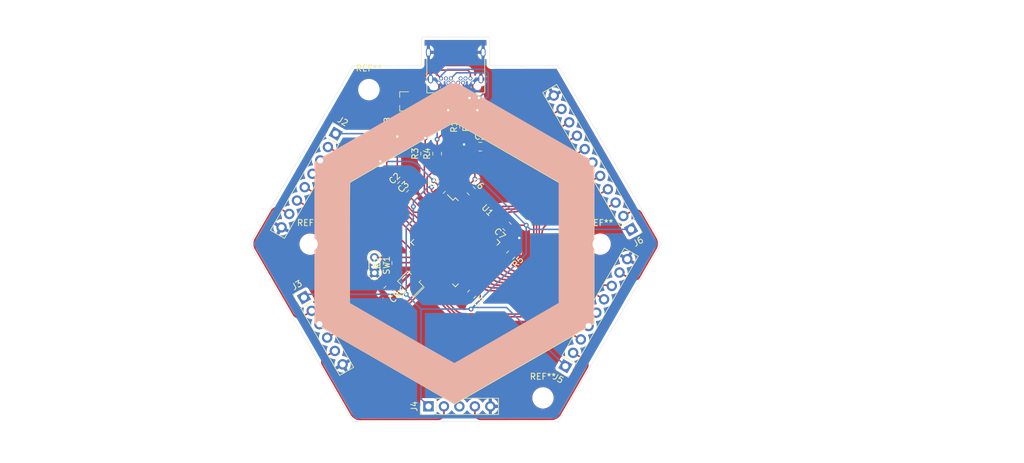
<source format=kicad_pcb>
(kicad_pcb (version 20221018) (generator pcbnew)
  (layers (0 "F.Cu" signal) (31 "B.Cu" signal) (34 "B.Paste" user) (35 "F.Paste" user) (36 "B.SilkS" user "B.Silkscreen") (37 "F.SilkS" user "F.Silkscreen") (38 "B.Mask" user) (39 "F.Mask" user) (44 "Edge.Cuts" user))
  (net 0 "")
  (net 1 "GND")
  (net 2 "+5V")
  (net 3 "Net-(F1-Pad2)")
  (net 4 "D-")
  (net 5 "D+")
  (net 6 "Net-(J1-PadB5)")
  (net 7 "+3V3")
  (net 8 "Net-(J1-PadA5)")
  (net 9 "RESET")
  (net 10 "Net-(R4-Pad1)")
  (net 11 "XTAL1")
  (net 12 "XTAL2")
  (net 13 "GCCD3.3v")
  (net 14 "GCCD5v")
  (net 15 "Net-(C3-Pad1)")
  (net 16 "Net-(R3-Pad1)")
  (net 17 "Net-(R5-Pad2)")
  (net 19 "BTN_LS")
  (net 20 "BTN_Y")
  (net 21 "BTN_R")
  (net 22 "BTN_UP")
  (net 23 "BTN_Z")
  (net 24 "BTN_X")
  (net 25 "BTN_B")
  (net 26 "BTN_CR")
  (net 27 "BTN_A")
  (net 28 "BTN_CD")
  (net 29 "BTN_CU")
  (net 30 "BTN_CL")
  (net 31 "BTN_START")
  (net 32 "BTN_MODY")
  (net 33 "BTN_MODX")
  (net 34 "BTN_RIGHT")
  (net 35 "BTN_DOWN")
  (net 36 "BTN_LEFT")
  (net 37 "BTN_L")
  (net 38 "BTN_MS")
  (net 42 "LED_1-2")
  (net 43 "LED_DATA")
  (net 44 "LED_2-3")
  (net 45 "LED_3-4")
  (net 46 "LED_4-5")
  (footprint "Capacitor_SMD:C_0805_2012Metric" (layer "F.Cu") (at 208.28 82.4103)
    (fp_text reference "C1")
    (fp_text value "4.7u")
  )
  (footprint "Fuse:Fuse_1206_3216Metric" (layer "F.Cu") (at 207.772 79.0702 90)
    (fp_text reference "F1")
    (fp_text value "500mA")
  )
  (footprint "USB_C:USB_C_LCSC_C456013" (layer "F.Cu") (at 207.85 72.54 180)
    (fp_text reference "J1")
    (fp_text value "USB_C_Receptacle")
  )
  (footprint "Resistor_SMD:R_0805_2012Metric" (layer "F.Cu") (at 199.2249 83.5552 90)
    (fp_text reference "R3")
    (fp_text value "22")
  )
  (footprint "Resistor_SMD:R_0805_2012Metric" (layer "F.Cu") (at 201.1934 83.5533 90)
    (fp_text reference "R4")
    (fp_text value "22")
  )
  (footprint "Package_TO_SOT_SMD:SOT-23" (layer "F.Cu") (at 195.8086 74.9554 180)
    (fp_text reference "Q1")
    (fp_text value "BSS138")
  )
  (footprint "Resistor_SMD:R_0805_2012Metric" (layer "F.Cu") (at 194.6529 78.5241 90)
    (fp_text reference "R8")
    (fp_text value "10k")
  )
  (footprint "Resistor_SMD:R_0805_2012Metric" (layer "F.Cu") (at 197.4977 78.4733 -90)
    (fp_text reference "R6")
    (fp_text value "10k")
  )
  (footprint "Resistor_SMD:R_0805_2012Metric" (layer "F.Cu") (at 209.9183 79.1591 90)
    (fp_text reference "R2")
    (fp_text value "5k1")
  )
  (footprint "Resistor_SMD:R_0805_2012Metric" (layer "F.Cu") (at 205.613 79.121 90)
    (fp_text reference "R1")
    (fp_text value "5k1")
  )
  (footprint "Connector_PinHeader_2.54mm:PinHeader_1x09_P2.54mm_Vertical" (layer "F.Cu") (at 222.25 118.491 150)
    (fp_text reference "J5")
    (fp_text value "Conn_01x09")
  )
  (footprint "Connector_PinHeader_2.54mm:PinHeader_1x11_P2.54mm_Vertical" (layer "F.Cu") (at 233.045 96.002227 -150)
    (fp_text reference "J6")
    (fp_text value "Conn_01x11")
  )
  (footprint "MountingHole:MountingHole_2.5mm" (layer "F.Cu") (at 227.965 98.425)
    (fp_text reference "REF**")
    (fp_text value "MountingHole_2.5mm")
  )
  (footprint "MountingHole:MountingHole_2.5mm" (layer "F.Cu") (at 180.34 98.425)
    (fp_text reference "REF**")
    (fp_text value "MountingHole_2.5mm")
  )
  (footprint "MountingHole:MountingHole_2.5mm" (layer "F.Cu") (at 189.992 73.025)
    (fp_text reference "REF**")
    (fp_text value "MountingHole_2.5mm")
  )
  (footprint "Resistor_SMD:R_0805_2012Metric" (layer "F.Cu") (at 213.265455 100.21868 -135)
    (fp_text reference "R5")
    (fp_text value "10k")
  )
  (footprint "TestPoint:TestPoint_2Pads_Pitch2.54mm_Drill0.8mm" (layer "F.Cu") (at 190.895637 100.604831 -90)
    (fp_text reference "SW1")
    (fp_text value "reset")
  )
  (footprint "Capacitor_SMD:C_0805_2012Metric" (layer "F.Cu") (at 195.376784 88.795794 45)
    (fp_text reference "C2")
    (fp_text value "0.1u")
  )
  (footprint "Package_QFP:TQFP-44_10x10mm_P0.8mm" (layer "F.Cu") (at 204.196537 98.121629 -45)
    (fp_text reference "U1")
    (fp_text value "ATmega32U4-AU")
  )
  (footprint "Capacitor_SMD:C_0805_2012Metric" (layer "F.Cu") (at 193.1162 105.9942 -135)
    (fp_text reference "C8")
    (fp_text value "0.1u")
  )
  (footprint "Capacitor_SMD:C_0805_2012Metric" (layer "F.Cu") (at 201.851549 89.415432 45)
    (fp_text reference "C4")
    (fp_text value "0.1u")
  )
  (footprint "Crystal:Resonator_SMD_Murata_CSTxExxV-3Pin_3.0x1.1mm" (layer "F.Cu") (at 196.813625 104.942295 135)
    (fp_text reference "Y1")
    (fp_text value "Resonator")
  )
  (footprint "Capacitor_SMD:C_0805_2012Metric" (layer "F.Cu") (at 206.862532 106.639563 -135)
    (fp_text reference "C5")
    (fp_text value "0.1u")
  )
  (footprint "Capacitor_SMD:C_0805_2012Metric" (layer "F.Cu") (at 212.672758 95.513026 135)
    (fp_text reference "C7")
    (fp_text value "0.1u")
  )
  (footprint "Capacitor_SMD:C_0805_2012Metric" (layer "F.Cu") (at 196.832726 90.219003 45)
    (fp_text reference "C3")
    (fp_text value "1u")
  )
  (footprint "Resistor_SMD:R_0805_2012Metric" (layer "F.Cu") (at 193.061019 101.534125 90)
    (fp_text reference "R7")
    (fp_text value "10k")
  )
  (footprint "Capacitor_SMD:C_0805_2012Metric" (layer "F.Cu") (at 206.79069 89.666879 -45)
    (fp_text reference "C6")
    (fp_text value "0.1u")
  )
  (footprint "Connector_PinHeader_2.54mm:PinHeader_1x08_P2.54mm_Vertical" (layer "F.Cu") (at 184.531 80.264 -30)
    (fp_text reference "J2")
    (fp_text value "Conn_01x08")
  )
  (footprint "Connector_PinHeader_2.54mm:PinHeader_1x05_P2.54mm_Vertical" (layer "F.Cu") (at 199.771 125.095 90)
    (fp_text reference "J4")
    (fp_text value "Conn_01x05")
  )
  (footprint "Connector_PinHeader_2.54mm:PinHeader_1x06_P2.54mm_Vertical" (layer "F.Cu") (at 179.324 107.188 30)
    (fp_text reference "J3")
    (fp_text value "Conn_01x06")
  )
  (footprint "MountingHole:MountingHole_2.5mm" (layer "F.Cu") (at 218.567 123.698)
    (fp_text reference "REF**")
    (fp_text value "MountingHole_2.5mm")
  )
  (footprint "Outlines:shine" (layer "F.Cu") (at 204.196537 98.121629 60)
    (fp_text reference "G***" hide)
    (fp_text value "LOGO" hide)
  )
  (footprint "Outlines:shine" (layer "B.Cu") (at 204.2 98.1)
    (fp_text reference "G***" hide)
    (fp_text value "LOGO" hide)
  )
  (gr_line (start 187.3377 69.1261) (end 170.481397 98.372873) (stroke (width 0.05)) (layer "Edge.Cuts"))
  (gr_line (start 210.058 69.1134) (end 221.0943 69.1007) (stroke (width 0.05)) (layer "Edge.Cuts"))
  (gr_line (start 198.374 69.1134) (end 187.3377 69.1261) (stroke (width 0.05)) (layer "Edge.Cuts"))
  (gr_line (start 198.628 68.8594) (end 198.628 64.6176) (stroke (width 0.05)) (layer "Edge.Cuts"))
  (gr_line (start 209.804 64.6176) (end 209.804 68.8594) (stroke (width 0.05)) (layer "Edge.Cuts"))
  (gr_arc (start 198.628 68.8594) (mid 198.553605 69.039005) (end 198.374 69.1134) (stroke (width 0.05)) (layer "Edge.Cuts"))
  (gr_line (start 237.994597 98.322073) (end 221.0943 69.1007) (stroke (width 0.05)) (layer "Edge.Cuts"))
  (gr_line (start 187.381694 127.594246) (end 221.138294 127.568846) (stroke (width 0.05)) (layer "Edge.Cuts"))
  (gr_arc (start 210.058 69.1134) (mid 209.878395 69.039005) (end 209.804 68.8594) (stroke (width 0.05)) (layer "Edge.Cuts"))
  (gr_line (start 221.138294 127.568846) (end 237.994597 98.322073) (stroke (width 0.05)) (layer "Edge.Cuts"))
  (gr_arc (start 209.55 64.3636) (mid 209.729605 64.437995) (end 209.804 64.6176) (stroke (width 0.05)) (layer "Edge.Cuts"))
  (gr_line (start 198.882 64.3636) (end 209.55 64.3636) (stroke (width 0.05)) (layer "Edge.Cuts"))
  (gr_arc (start 198.628 64.6176) (mid 198.702395 64.437995) (end 198.882 64.3636) (stroke (width 0.05)) (layer "Edge.Cuts"))
  (gr_line (start 170.481397 98.372873) (end 187.381694 127.594246) (stroke (width 0.05)) (layer "Edge.Cuts"))
  (segment (start 198.861125 90.903898) (end 197.504478 89.547251) (width 0.25) (layer "F.Cu") (net 1))
  (segment (start 207.05 71.89) (end 207.65 71.29) (width 0.25) (layer "F.Cu") (net 1))
  (segment (start 194.738266 104.578135) (end 194.738266 104.670058) (width 0.25) (layer "F.Cu") (net 1))
  (segment (start 201.45 71.89) (end 200.85 71.29) (width 0.25) (layer "F.Cu") (net 1))
  (segment (start 209.782681 97.060969) (end 204.125827 97.060969) (width 0.25) (layer "F.Cu") (net 1))
  (segment (start 200.85 71.29) (end 200.12 71.29) (width 0.25) (layer "F.Cu") (net 1))
  (segment (start 207.65 71.29) (end 208.38 71.29) (width 0.25) (layer "F.Cu") (net 1))
  (segment (start 195.85903 105.790823) (end 195.965097 105.790823) (width 0.25) (layer "F.Cu") (net 1))
  (segment (start 203.560141 96.495283) (end 203.560141 94.232541) (width 0.25) (layer "F.Cu") (net 1))
  (segment (start 197.722876 101.593525) (end 194.738266 104.578135) (width 0.25) (layer "F.Cu") (net 1))
  (segment (start 198.4619 101.593525) (end 197.722876 101.593525) (width 0.25) (layer "F.Cu") (net 1))
  (segment (start 203.560141 94.232541) (end 201.438821 94.232541) (width 0.25) (layer "F.Cu") (net 1))
  (segment (start 207.453603 90.33908) (end 207.453603 90.329791) (width 0.25) (layer "F.Cu") (net 1))
  (segment (start 198.861125 90.903898) (end 199.434863 91.477637) (width 0.25) (layer "F.Cu") (net 1))
  (segment (start 195.965097 105.790823) (end 196.813625 104.942295) (width 0.25) (layer "F.Cu") (net 1))
  (segment (start 199.034658 101.020767) (end 198.4619 101.593525) (width 0.25) (layer "F.Cu") (net 1))
  (segment (start 201.438821 94.232541) (end 200.731714 93.525435) (width 0.25) (layer "F.Cu") (net 1))
  (segment (start 194.738266 104.670058) (end 195.85903 105.790823) (width 0.25) (layer "F.Cu") (net 1))
  (segment (start 205.613 80.0585) (end 205.613 82.042) (width 0.25) (layer "F.Cu") (net 1))
  (segment (start 204.125827 97.060969) (end 203.560141 96.495283) (width 0.25) (layer "F.Cu") (net 1))
  (segment (start 212.001006 94.842643) (end 212.001006 94.841274) (width 0.25) (layer "F.Cu") (net 1))
  (segment (start 205.964304 91.828378) (end 203.560141 94.232541) (width 0.25) (layer "F.Cu") (net 1))
  (segment (start 209.5373 82.0905) (end 209.2175 82.4103) (width 0.25) (layer "F.Cu") (net 1))
  (segment (start 199.434863 92.228584) (end 200.731714 93.525435) (width 0.25) (layer "F.Cu") (net 1))
  (segment (start 199.434863 91.477637) (end 199.434863 92.228584) (width 0.25) (layer "F.Cu") (net 1))
  (segment (start 207 73.1) (end 207 71.94) (width 0.25) (layer "F.Cu") (net 1))
  (segment (start 201.5 71.94) (end 201.45 71.89) (width 0.25) (layer "F.Cu") (net 1))
  (segment (start 210.489788 96.353862) (end 212.001006 94.842643) (width 0.25) (layer "F.Cu") (net 1))
  (segment (start 206.199619 105.781565) (end 206.199619 107.302476) (width 0.25) (layer "F.Cu") (net 1))
  (segment (start 205.964304 91.828378) (end 207.453603 90.33908) (width 0.25) (layer "F.Cu") (net 1))
  (segment (start 201.5 73.1) (end 201.5 71.94) (width 0.25) (layer "F.Cu") (net 1))
  (segment (start 199.034658 101.020767) (end 203.560141 96.495283) (width 0.25) (layer "F.Cu") (net 1))
  (segment (start 205.398619 104.980565) (end 206.199619 105.781565) (width 0.25) (layer "F.Cu") (net 1))
  (segment (start 207 71.94) (end 207.05 71.89) (width 0.25) (layer "F.Cu") (net 1))
  (segment (start 210.489788 96.353862) (end 209.782681 97.060969) (width 0.25) (layer "F.Cu") (net 1))
  (via (at 214.6808 97.409) (size 0.8) (drill 0.4) (layers "F.Cu" "B.Cu") (net 1))
  (via (at 205.613 82.042) (size 0.8) (drill 0.4) (layers "F.Cu" "B.Cu") (net 1))
  (segment (start 200.271024 89.056221) (end 200.271024 89.056221) (width 0.25) (layer "F.Cu") (net 2))
  (segment (start 207.391 87.740743) (end 207.391 87.740743) (width 0.25) (layer "F.Cu") (net 2))
  (segment (start 208.282829 107.055047) (end 208.287644 107.153064) (width 0.25) (layer "F.Cu") (net 2))
  (segment (start 193.578957 102.045531) (end 193.443325 102.141054) (width 0.25) (layer "F.Cu") (net 2))
  (segment (start 193.443325 102.141054) (end 193.312542 102.243117) (width 0.25) (layer "F.Cu") (net 2))
  (segment (start 194.011635 101.800422) (end 193.863454 101.87501) (width 0.25) (layer "F.Cu") (net 2))
  (segment (start 195.12544 101.492191) (end 194.960794 101.512498) (width 0.25) (layer "F.Cu") (net 2))
  (segment (start 208.119114 107.708634) (end 208.060654 107.787457) (width 0.25) (layer "F.Cu") (net 2))
  (segment (start 194.797342 101.54086) (end 194.635479 101.577207) (width 0.25) (layer "F.Cu") (net 2))
  (segment (start 193.609019 105.161875) (end 193.686417 105.251601) (width 0.25) (layer "F.Cu") (net 2))
  (segment (start 206.127777 89.003966) (end 206.127777 90.533535) (width 0.25) (layer "F.Cu") (net 2))
  (segment (start 207.994751 107.860171) (end 206.754769 109.100153) (width 0.25) (layer "F.Cu") (net 2))
  (segment (start 200.271024 89.056221) (end 200.271023 89.670633) (width 0.25) (layer "F.Cu") (net 2))
  (segment (start 194.163297 101.733195) (end 194.011635 101.800422) (width 0.25) (layer "F.Cu") (net 2))
  (segment (start 208.211523 106.770381) (end 208.244584 106.862779) (width 0.25) (layer "F.Cu") (net 2))
  (segment (start 211.055473 96.919547) (end 211.790243 96.184777) (width 0.25) (layer "F.Cu") (net 2))
  (segment (start 215.815847 95.31546) (end 214.213826 95.31546) (width 0.25) (layer "F.Cu") (net 2))
  (segment (start 201.17803 90.577638) (end 202.42877 91.828378) (width 0.25) (layer "F.Cu") (net 2))
  (segment (start 208.268429 106.957974) (end 208.282829 107.055047) (width 0.25) (layer "F.Cu") (net 2))
  (segment (start 208.169565 106.681667) (end 208.211523 106.770381) (width 0.25) (layer "F.Cu") (net 2))
  (segment (start 197.288801 92.25397) (end 197.288801 93.185321) (width 0.25) (layer "F.Cu") (net 2))
  (segment (start 193.061018 103.630314) (end 193.063925 103.748774) (width 0.25) (layer "F.Cu") (net 2))
  (segment (start 194.475595 101.621452) (end 194.318074 101.673491) (width 0.25) (layer "F.Cu") (net 2))
  (segment (start 193.072642 103.866948) (end 193.087148 103.984553) (width 0.25) (layer "F.Cu") (net 2))
  (segment (start 194.635479 101.577207) (end 194.475595 101.621452) (width 0.25) (layer "F.Cu") (net 2))
  (segment (start 194.713873 90.610392) (end 194.713872 89.458707) (width 0.25) (layer "F.Cu") (net 2))
  (segment (start 214.213826 95.31546) (end 213.344509 96.184777) (width 0.25) (layer "F.Cu") (net 2))
  (segment (start 205.964304 104.41551) (end 205.964304 104.414879) (width 0.25) (layer "F.Cu") (net 2))
  (segment (start 197.03402 101.075916) (end 197.848137 101.075916) (width 0.25) (layer "F.Cu") (net 2))
  (segment (start 193.133368 104.21692) (end 193.164973 104.331124) (width 0.25) (layer "F.Cu") (net 2))
  (segment (start 208.244584 107.443349) (end 208.211523 107.535747) (width 0.25) (layer "F.Cu") (net 2))
  (segment (start 194.960794 101.512498) (end 194.797342 101.54086) (width 0.25) (layer "F.Cu") (net 2))
  (segment (start 194.6529 89.397736) (end 194.713871 89.458707) (width 0.25) (layer "F.Cu") (net 2))
  (segment (start 193.202143 104.443639) (end 193.244789 104.554194) (width 0.25) (layer "F.Cu") (net 2))
  (segment (start 208.282829 107.251081) (end 208.268429 107.348154) (width 0.25) (layer "F.Cu") (net 2))
  (segment (start 193.186926 102.351474) (end 193.06678 102.465865) (width 0.25) (layer "F.Cu") (net 2))
  (segment (start 193.467886 104.97158) (end 193.536117 105.06846) (width 0.25) (layer "F.Cu") (net 2))
  (segment (start 208.119114 106.597494) (end 208.169565 106.681667) (width 0.25) (layer "F.Cu") (net 2))
  (segment (start 207.391 80.4702) (end 207.391 83.321143) (width 0.25) (layer "F.Cu") (net 2))
  (segment (start 207.994751 106.445957) (end 208.060654 106.518671) (width 0.25) (layer "F.Cu") (net 2))
  (segment (start 197.288801 93.185321) (end 197.291617 93.188136) (width 0.25) (layer "F.Cu") (net 2))
  (segment (start 198.128858 93.185321) (end 199.600343 94.656806) (width 0.25) (layer "F.Cu") (net 2))
  (segment (start 207.994751 106.445957) (end 205.964304 104.41551) (width 0.25) (layer "F.Cu") (net 2))
  (segment (start 193.719113 101.956779) (end 193.578957 102.045531) (width 0.25) (layer "F.Cu") (net 2))
  (segment (start 193.404491 104.871468) (end 193.467886 104.97158) (width 0.25) (layer "F.Cu") (net 2))
  (segment (start 208.060654 106.518671) (end 208.119114 106.597494) (width 0.25) (layer "F.Cu") (net 2))
  (segment (start 208.268429 107.348154) (end 208.244584 107.443349) (width 0.25) (layer "F.Cu") (net 2))
  (segment (start 193.087148 103.984553) (end 193.107406 104.101304) (width 0.25) (layer "F.Cu") (net 2))
  (segment (start 197.288801 93.185321) (end 198.128858 93.185321) (width 0.25) (layer "F.Cu") (net 2))
  (segment (start 193.346085 104.768367) (end 193.404491 104.871468) (width 0.25) (layer "F.Cu") (net 2))
  (segment (start 194.6529 79.4616) (end 194.6529 80.7466) (width 0.25) (layer "F.Cu") (net 2))
  (segment (start 206.127777 90.533535) (end 205.398619 91.262693) (width 0.25) (layer "F.Cu") (net 2))
  (segment (start 196.63402 101.475916) (end 197.03402 101.075916) (width 0.25) (layer "F.Cu") (net 2))
  (segment (start 193.063925 103.748774) (end 193.072642 103.866948) (width 0.25) (layer "F.Cu") (net 2))
  (segment (start 193.164973 104.331124) (end 193.202143 104.443639) (width 0.25) (layer "F.Cu") (net 2))
  (segment (start 208.244584 106.862779) (end 208.268429 106.957974) (width 0.25) (layer "F.Cu") (net 2))
  (segment (start 194.318074 101.673491) (end 194.163297 101.733195) (width 0.25) (layer "F.Cu") (net 2))
  (segment (start 193.312542 102.243117) (end 193.186926 102.351474) (width 0.25) (layer "F.Cu") (net 2))
  (segment (start 211.790243 96.184777) (end 213.344509 96.184777) (width 0.25) (layer "F.Cu") (net 2))
  (segment (start 193.244789 104.554194) (end 193.292808 104.662523) (width 0.25) (layer "F.Cu") (net 2))
  (segment (start 195.456729 101.475916) (end 196.63402 101.475916) (width 0.25) (layer "F.Cu") (net 2))
  (segment (start 197.848137 101.075916) (end 198.468972 100.455081) (width 0.25) (layer "F.Cu") (net 2))
  (segment (start 208.169565 107.624461) (end 208.119114 107.708634) (width 0.25) (layer "F.Cu") (net 2))
  (segment (start 195.114891 106.667065) (end 193.779113 105.331287) (width 0.25) (layer "F.Cu") (net 2))
  (segment (start 208.060654 107.787457) (end 207.994751 107.860171) (width 0.25) (layer "F.Cu") (net 2))
  (segment (start 208.211523 107.535747) (end 208.169565 107.624461) (width 0.25) (layer "F.Cu") (net 2))
  (segment (start 193.061019 102.471626) (end 193.059878 102.472767) (width 0.25) (layer "F.Cu") (net 2))
  (segment (start 193.292808 104.662523) (end 193.346085 104.768367) (width 0.25) (layer "F.Cu") (net 2))
  (segment (start 193.107406 104.101304) (end 193.133368 104.21692) (width 0.25) (layer "F.Cu") (net 2))
  (segment (start 194.6529 80.7466) (end 194.6529 89.397736) (width 0.25) (layer "F.Cu") (net 2))
  (segment (start 208.287644 107.153064) (end 208.282829 107.251081) (width 0.25) (layer "F.Cu") (net 2))
  (segment (start 195.456729 101.475916) (end 195.290884 101.479987) (width 0.25) (layer "F.Cu") (net 2))
  (segment (start 207.391 83.321143) (end 207.391 87.740743) (width 0.25) (layer "F.Cu") (net 2))
  (segment (start 195.290884 101.479987) (end 195.12544 101.492191) (width 0.25) (layer "F.Cu") (net 2))
  (segment (start 207.391 87.740743) (end 206.127777 89.003966) (width 0.25) (layer "F.Cu") (net 2))
  (segment (start 193.061018 103.630314) (end 193.061019 102.471626) (width 0.25) (layer "F.Cu") (net 2))
  (segment (start 200.271023 89.670633) (end 201.17803 90.577638) (width 0.25) (layer "F.Cu") (net 2))
  (segment (start 196.113165 106.667065) (end 195.114891 106.667065) (width 0.25) (layer "F.Cu") (net 2))
  (segment (start 197.291617 93.188136) (end 194.713873 90.610392) (width 0.25) (layer "F.Cu") (net 2))
  (segment (start 193.536117 105.06846) (end 193.609019 105.161875) (width 0.25) (layer "F.Cu") (net 2))
  (segment (start 193.06678 102.465865) (end 193.061019 102.471626) (width 0.25) (layer "F.Cu") (net 2))
  (segment (start 193.686417 105.251601) (end 193.768126 105.337421) (width 0.25) (layer "F.Cu") (net 2))
  (segment (start 193.863454 101.87501) (end 193.719113 101.956779) (width 0.25) (layer "F.Cu") (net 2))
  (via (at 206.754769 109.100153) (size 0.8) (drill 0.4) (layers "F.Cu" "B.Cu") (net 2))
  (via (at 197.288801 92.25397) (size 0.8) (drill 0.4) (layers "F.Cu" "B.Cu") (net 2))
  (via (at 200.271024 89.056221) (size 0.8) (drill 0.4) (layers "F.Cu" "B.Cu") (net 2))
  (via (at 215.815847 95.31546) (size 0.8) (drill 0.4) (layers "F.Cu" "B.Cu") (net 2))
  (via (at 207.391 87.740743) (size 0.8) (drill 0.4) (layers "F.Cu" "B.Cu") (net 2))
  (via (at 194.6529 80.7466) (size 0.8) (drill 0.4) (layers "F.Cu" "B.Cu") (net 2))
  (via (at 196.113165 106.667065) (size 0.8) (drill 0.4) (layers "F.Cu" "B.Cu") (net 2))
  (segment (start 215.815847 100.039075) (end 215.815847 95.31546) (width 0.25) (layer "B.Cu") (net 2))
  (segment (start 200.271024 89.056221) (end 199.683493 89.056221) (width 0.25) (layer "B.Cu") (net 2))
  (segment (start 197.288801 91.450914) (end 197.288801 92.25397) (width 0.25) (layer "B.Cu") (net 2))
  (segment (start 206.754769 109.100153) (end 206.754769 109.100153) (width 0.25) (layer "B.Cu") (net 2))
  (segment (start 215.815847 95.31546) (end 215.815847 95.31546) (width 0.25) (layer "B.Cu") (net 2))
  (segment (start 215.815847 95.31546) (end 215.815847 95.31546) (width 0.25) (layer "B.Cu") (net 2))
  (segment (start 206.754769 109.100153) (end 215.815847 100.039075) (width 0.25) (layer "B.Cu") (net 2))
  (segment (start 199.683493 89.056221) (end 197.288801 91.450914) (width 0.25) (layer "B.Cu") (net 2))
  (segment (start 215.815847 95.31546) (end 208.766346 88.265959) (width 0.25) (layer "B.Cu") (net 2))
  (segment (start 196.113165 106.667065) (end 196.113165 95.566907) (width 0.25) (layer "B.Cu") (net 2))
  (segment (start 207.015922 108.839) (end 206.754769 109.100153) (width 0.25) (layer "B.Cu") (net 2))
  (segment (start 198.546253 123.870253) (end 199.771 125.095) (width 0.25) (layer "B.Cu") (net 2))
  (segment (start 198.546253 109.100153) (end 196.113165 106.667065) (width 0.25) (layer "B.Cu") (net 2))
  (segment (start 197.288801 94.391271) (end 197.288801 92.25397) (width 0.25) (layer "B.Cu") (net 2))
  (segment (start 196.113165 106.667065) (end 179.844935 106.667065) (width 0.25) (layer "B.Cu") (net 2))
  (segment (start 198.546253 109.100153) (end 198.546253 123.870253) (width 0.25) (layer "B.Cu") (net 2))
  (segment (start 196.113165 106.667065) (end 196.113165 106.667065) (width 0.25) (layer "B.Cu") (net 2))
  (segment (start 222.25 118.491) (end 212.598 108.839) (width 0.25) (layer "B.Cu") (net 2))
  (segment (start 194.1703 80.264) (end 194.6529 80.7466) (width 0.25) (layer "B.Cu") (net 2))
  (segment (start 184.531 80.264) (end 194.1703 80.264) (width 0.25) (layer "B.Cu") (net 2))
  (segment (start 233.045 96.002227) (end 216.502614 96.002227) (width 0.25) (layer "B.Cu") (net 2))
  (segment (start 196.113165 95.566907) (end 197.288801 94.391271) (width 0.25) (layer "B.Cu") (net 2))
  (segment (start 212.598 108.839) (end 207.015922 108.839) (width 0.25) (layer "B.Cu") (net 2))
  (segment (start 179.844935 106.667065) (end 179.324 107.188) (width 0.25) (layer "B.Cu") (net 2))
  (segment (start 207.391 87.740743) (end 208.24113 87.740743) (width 0.25) (layer "B.Cu") (net 2))
  (segment (start 206.754769 109.100153) (end 198.546253 109.100153) (width 0.25) (layer "B.Cu") (net 2))
  (segment (start 208.24113 87.740743) (end 208.766346 88.265959) (width 0.25) (layer "B.Cu") (net 2))
  (segment (start 216.502614 96.002227) (end 215.815847 95.31546) (width 0.25) (layer "B.Cu") (net 2))
  (segment (start 205.5 71.94) (end 205.45 71.89) (width 0.25) (layer "F.Cu") (net 3))
  (segment (start 206.5018 76.4) (end 206.5009 76.3991) (width 0.25) (layer "F.Cu") (net 3))
  (segment (start 206.5009 76.3991) (end 207.772 77.6702) (width 0.25) (layer "F.Cu") (net 3))
  (segment (start 205.5 73.1) (end 205.5 71.94) (width 0.25) (layer "F.Cu") (net 3))
  (segment (start 203 73.1) (end 203 76.4) (width 0.25) (layer "F.Cu") (net 3))
  (segment (start 205.5 75.3982) (end 206.5009 76.3991) (width 0.25) (layer "F.Cu") (net 3))
  (segment (start 203 73.1) (end 203 71.94) (width 0.25) (layer "F.Cu") (net 3))
  (segment (start 207.8 76.4) (end 206.5018 76.4) (width 0.25) (layer "F.Cu") (net 3))
  (segment (start 205.5 73.1) (end 205.5 75.3982) (width 0.25) (layer "F.Cu") (net 3))
  (segment (start 203 71.94) (end 203.05 71.89) (width 0.25) (layer "F.Cu") (net 3))
  (via (at 207.8 76.4) (size 0.8) (drill 0.4) (layers "F.Cu" "B.Cu") (net 3))
  (via (at 203 76.4) (size 0.8) (drill 0.4) (layers "F.Cu" "B.Cu") (net 3))
  (segment (start 203 76.4) (end 207.8 76.4) (width 0.25) (layer "B.Cu") (net 3))
  (segment (start 201.1934 81.19701) (end 201.1934 82.6408) (width 0.25) (layer "F.Cu") (net 4))
  (segment (start 204 78.39041) (end 201.1934 81.19701) (width 0.25) (layer "F.Cu") (net 4))
  (segment (start 204 73.1) (end 204 78.39041) (width 0.25) (layer "F.Cu") (net 4))
  (via (at 201.1934 81.19701) (size 0.8) (drill 0.4) (layers "F.Cu" "B.Cu") (net 4))
  (segment (start 202.2 75.05) (end 201.1934 76.0566) (width 0.25) (layer "B.Cu") (net 4))
  (segment (start 204.65 73.785718) (end 203.385718 75.05) (width 0.25) (layer "B.Cu") (net 4))
  (segment (start 201.1934 76.0566) (end 201.1934 81.19701) (width 0.25) (layer "B.Cu") (net 4))
  (segment (start 204.65 71.89) (end 204.65 73.785718) (width 0.25) (layer "B.Cu") (net 4))
  (segment (start 203.385718 75.05) (end 202.2 75.05) (width 0.25) (layer "B.Cu") (net 4))
  (segment (start 204.5 80.85989) (end 203.322445 82.037445) (width 0.25) (layer "F.Cu") (net 5))
  (segment (start 203.322445 82.037445) (end 201.88158 83.47831) (width 0.25) (layer "F.Cu") (net 5))
  (segment (start 204.5 73.1) (end 204.5 79.15) (width 0.25) (layer "F.Cu") (net 5))
  (segment (start 204.5 79.15) (end 204.5 80.85989) (width 0.25) (layer "F.Cu") (net 5))
  (segment (start 199.2249 82.6177) (end 199.2249 80.9751) (width 0.25) (layer "F.Cu") (net 5))
  (segment (start 201.88158 83.47831) (end 200.06051 83.47831) (width 0.25) (layer "F.Cu") (net 5))
  (segment (start 200.06051 83.47831) (end 199.2249 82.6427) (width 0.25) (layer "F.Cu") (net 5))
  (via (at 199.2249 80.9751) (size 0.8) (drill 0.4) (layers "F.Cu" "B.Cu") (net 5))
  (segment (start 199.2249 75.8251) (end 199.2249 80.9751) (width 0.25) (layer "B.Cu") (net 5))
  (segment (start 203.85 73.95) (end 203.2 74.6) (width 0.25) (layer "B.Cu") (net 5))
  (segment (start 200.45 74.6) (end 199.2249 75.8251) (width 0.25) (layer "B.Cu") (net 5))
  (segment (start 203.85 71.89) (end 203.85 73.95) (width 0.25) (layer "B.Cu") (net 5))
  (segment (start 203.2 74.6) (end 200.45 74.6) (width 0.25) (layer "B.Cu") (net 5))
  (segment (start 209.9183 76.2683) (end 208.05 74.4) (width 0.25) (layer "F.Cu") (net 6))
  (segment (start 209.4484 78.1577) (end 209.5373 78.2466) (width 0.25) (layer "F.Cu") (net 6))
  (segment (start 209.9183 78.2216) (end 209.9183 76.2683) (width 0.25) (layer "F.Cu") (net 6))
  (segment (start 209.931 78.2089) (end 209.9183 78.2216) (width 0.25) (layer "F.Cu") (net 6))
  (via (at 208.05 74.4) (size 0.8) (drill 0.4) (layers "F.Cu" "B.Cu") (net 6))
  (segment (start 209.10452 73.34548) (end 209.10452 70.55452) (width 0.25) (layer "B.Cu") (net 6))
  (segment (start 208.05 74.4) (end 209.10452 73.34548) (width 0.25) (layer "B.Cu") (net 6))
  (segment (start 208.81548 70.26548) (end 204.37452 70.26548) (width 0.25) (layer "B.Cu") (net 6))
  (segment (start 209.10452 70.55452) (end 208.81548 70.26548) (width 0.25) (layer "B.Cu") (net 6))
  (segment (start 204.37452 70.26548) (end 203.45 71.19) (width 0.25) (layer "B.Cu") (net 6))
  (segment (start 197.4825 75.9054) (end 196.8086 75.9054) (width 0.25) (layer "F.Cu") (net 7))
  (segment (start 200.92548 70.26548) (end 199.819894 70.26548) (width 0.25) (layer "F.Cu") (net 7))
  (segment (start 197.4977 77.5358) (end 197.4977 75.9206) (width 0.25) (layer "F.Cu") (net 7))
  (segment (start 201.85 71.19) (end 200.92548 70.26548) (width 0.25) (layer "F.Cu") (net 7))
  (segment (start 199.819894 70.26548) (end 198.290707 71.794667) (width 0.25) (layer "F.Cu") (net 7))
  (segment (start 206.5 73.1) (end 206.5 74.4) (width 0.25) (layer "F.Cu") (net 7))
  (segment (start 197.4977 75.9206) (end 197.4825 75.9054) (width 0.25) (layer "F.Cu") (net 7))
  (segment (start 198.290707 75.097193) (end 197.4825 75.9054) (width 0.25) (layer "F.Cu") (net 7))
  (segment (start 198.290707 71.794667) (end 198.290707 75.097193) (width 0.25) (layer "F.Cu") (net 7))
  (via (at 206.5 74.4) (size 0.8) (drill 0.4) (layers "F.Cu" "B.Cu") (net 7))
  (segment (start 209.55404 74.14596) (end 209.55404 70.30404) (width 0.25) (layer "B.Cu") (net 7))
  (segment (start 206.5 74.4) (end 207.224511 75.124511) (width 0.25) (layer "B.Cu") (net 7))
  (segment (start 208.575489 75.124511) (end 209.55404 74.14596) (width 0.25) (layer "B.Cu") (net 7))
  (segment (start 202.880381 69.7) (end 201.85 70.730381) (width 0.25) (layer "B.Cu") (net 7))
  (segment (start 201.85 70.730381) (end 201.85 71.19) (width 0.25) (layer "B.Cu") (net 7))
  (segment (start 208.95 69.7) (end 202.880381 69.7) (width 0.25) (layer "B.Cu") (net 7))
  (segment (start 209.55404 70.30404) (end 208.95 69.7) (width 0.25) (layer "B.Cu") (net 7))
  (segment (start 207.224511 75.124511) (end 208.575489 75.124511) (width 0.25) (layer "B.Cu") (net 7))
  (segment (start 205 75.533917) (end 205.633041 76.166959) (width 0.25) (layer "F.Cu") (net 8))
  (segment (start 205.633041 78.163459) (end 205.613 78.1835) (width 0.25) (layer "F.Cu") (net 8))
  (segment (start 205.633041 76.166959) (end 205.633041 78.163459) (width 0.25) (layer "F.Cu") (net 8))
  (segment (start 205 73.1) (end 205 75.533917) (width 0.25) (layer "F.Cu") (net 8))
  (segment (start 197.19618 100.596503) (end 193.086142 100.596503) (width 0.25) (layer "F.Cu") (net 9))
  (segment (start 197.19618 100.596503) (end 197.903287 99.889396) (width 0.25) (layer "F.Cu") (net 9))
  (segment (start 193.086142 100.596503) (end 193.061019 100.621625) (width 0.25) (layer "F.Cu") (net 9))
  (segment (start 193.061019 100.621625) (end 193.044224 100.604831) (width 0.25) (layer "F.Cu") (net 9))
  (segment (start 193.044224 100.604831) (end 190.895637 100.604831) (width 0.25) (layer "F.Cu") (net 9))
  (segment (start 201.1934 84.4658) (end 201.1934 85.79979) (width 0.25) (layer "F.Cu") (net 10))
  (segment (start 201.1934 85.79979) (end 199.546023 87.447167) (width 0.25) (layer "F.Cu") (net 10))
  (segment (start 199.546023 87.447167) (end 199.546023 89.785644) (width 0.25) (layer "F.Cu") (net 10))
  (segment (start 199.546023 89.785644) (end 201.155978 91.395599) (width 0.25) (layer "F.Cu") (net 10))
  (segment (start 201.155978 91.686957) (end 201.863085 92.394064) (width 0.25) (layer "F.Cu") (net 10))
  (segment (start 201.155978 91.395599) (end 201.155978 91.686957) (width 0.25) (layer "F.Cu") (net 10))
  (segment (start 198.537835 104.915142) (end 197.662154 105.790823) (width 0.25) (layer "F.Cu") (net 11))
  (segment (start 200.148068 102.152137) (end 200.166029 102.152137) (width 0.25) (layer "F.Cu") (net 11))
  (segment (start 198.537835 103.762371) (end 200.148068 102.152137) (width 0.25) (layer "F.Cu") (net 11))
  (segment (start 198.537835 103.762371) (end 198.537835 104.915142) (width 0.25) (layer "F.Cu") (net 11))
  (segment (start 197.950749 103.236046) (end 196.822818 103.236046) (width 0.25) (layer "F.Cu") (net 12))
  (segment (start 199.600343 101.586452) (end 197.950749 103.236046) (width 0.25) (layer "F.Cu") (net 12))
  (segment (start 196.822818 103.236046) (end 195.965097 104.093766) (width 0.25) (layer "F.Cu") (net 12))
  (segment (start 199.633697 69.81596) (end 196.8086 72.641057) (width 0.25) (layer "F.Cu") (net 13))
  (segment (start 196.813415 74.000585) (end 196.8086 74.0054) (width 0.25) (layer "F.Cu") (net 13))
  (segment (start 202 75.8716) (end 198.4608 79.4108) (width 0.25) (layer "F.Cu") (net 13))
  (segment (start 196.8086 72.641057) (end 196.8086 74.0054) (width 0.25) (layer "F.Cu") (net 13))
  (segment (start 206.65 70.25) (end 206.21596 69.81596) (width 0.25) (layer "F.Cu") (net 13))
  (segment (start 195.7959 77.709) (end 195.7959 75.0181) (width 0.25) (layer "F.Cu") (net 13))
  (segment (start 202 73.1) (end 202 75.8716) (width 0.25) (layer "F.Cu") (net 13))
  (segment (start 195.7959 75.0181) (end 196.8086 74.0054) (width 0.25) (layer "F.Cu") (net 13))
  (segment (start 206.65 71.19) (end 206.65 70.25) (width 0.25) (layer "F.Cu") (net 13))
  (segment (start 197.4977 79.4108) (end 195.7959 77.709) (width 0.25) (layer "F.Cu") (net 13))
  (segment (start 206.21596 69.81596) (end 199.633697 69.81596) (width 0.25) (layer "F.Cu") (net 13))
  (segment (start 198.4608 79.4108) (end 197.4977 79.4108) (width 0.25) (layer "F.Cu") (net 13))
  (segment (start 193.622715 74.998459) (end 193.530316 75.03152) (width 0.25) (layer "F.Cu") (net 14))
  (segment (start 193.205893 75.248293) (end 193.139989 75.321006) (width 0.25) (layer "F.Cu") (net 14))
  (segment (start 192.932214 75.760309) (end 192.917815 75.857382) (width 0.25) (layer "F.Cu") (net 14))
  (segment (start 193.717909 74.974614) (end 193.622715 74.998459) (width 0.25) (layer "F.Cu") (net 14))
  (segment (start 194.8086 77.4309) (end 194.6529 77.5866) (width 0.25) (layer "F.Cu") (net 14))
  (segment (start 192.956059 75.665115) (end 192.932214 75.760309) (width 0.25) (layer "F.Cu") (net 14))
  (segment (start 193.278606 75.182389) (end 193.205893 75.248293) (width 0.25) (layer "F.Cu") (net 14))
  (segment (start 193.357429 75.12393) (end 193.278606 75.182389) (width 0.25) (layer "F.Cu") (net 14))
  (segment (start 192.917815 75.857382) (end 192.913 75.9554) (width 0.25) (layer "F.Cu") (net 14))
  (segment (start 193.913 74.9554) (end 193.814982 74.960215) (width 0.25) (layer "F.Cu") (net 14))
  (segment (start 197.450313 93.638146) (end 197.105216 93.638145) (width 0.25) (layer "F.Cu") (net 14))
  (segment (start 193.913 74.9554) (end 194.8086 74.9554) (width 0.25) (layer "F.Cu") (net 14))
  (segment (start 193.031078 75.484003) (end 192.98912 75.572716) (width 0.25) (layer "F.Cu") (net 14))
  (segment (start 194.8086 74.9554) (end 194.8086 77.4309) (width 0.25) (layer "F.Cu") (net 14))
  (segment (start 193.441603 75.073478) (end 193.357429 75.12393) (width 0.25) (layer "F.Cu") (net 14))
  (segment (start 192.913 89.445929) (end 192.913 88.7095) (width 0.25) (layer "F.Cu") (net 14))
  (segment (start 197.105216 93.638145) (end 192.913 89.445929) (width 0.25) (layer "F.Cu") (net 14))
  (segment (start 193.08153 75.399829) (end 193.031078 75.484003) (width 0.25) (layer "F.Cu") (net 14))
  (segment (start 193.139989 75.321006) (end 193.08153 75.399829) (width 0.25) (layer "F.Cu") (net 14))
  (segment (start 193.814982 74.960215) (end 193.717909 74.974614) (width 0.25) (layer "F.Cu") (net 14))
  (segment (start 197.450313 93.638146) (end 199.034658 95.222491) (width 0.25) (layer "F.Cu") (net 14))
  (segment (start 193.530316 75.03152) (end 193.441603 75.073478) (width 0.25) (layer "F.Cu") (net 14))
  (segment (start 192.913 75.9554) (end 192.913 88.7095) (width 0.25) (layer "F.Cu") (net 14))
  (segment (start 192.98912 75.572716) (end 192.956059 75.665115) (width 0.25) (layer "F.Cu") (net 14))
  (segment (start 196.160974 90.890755) (end 196.965663 90.890754) (width 0.25) (layer "F.Cu") (net 15))
  (segment (start 196.965663 90.890754) (end 200.166029 94.09112) (width 0.25) (layer "F.Cu") (net 15))
  (segment (start 200.590293 91.501681) (end 200.590293 92.252643) (width 0.25) (layer "F.Cu") (net 16))
  (segment (start 200.590293 92.252643) (end 201.297399 92.959749) (width 0.25) (layer "F.Cu") (net 16))
  (segment (start 199.096013 90.007401) (end 200.590293 91.501681) (width 0.25) (layer "F.Cu") (net 16))
  (segment (start 199.096013 84.621587) (end 199.096013 90.007401) (width 0.25) (layer "F.Cu") (net 16))
  (segment (start 199.2249 84.4927) (end 199.096013 84.621587) (width 0.25) (layer "F.Cu") (net 16))
  (segment (start 212.602542 100.881592) (end 211.055473 99.334523) (width 0.25) (layer "F.Cu") (net 17))
  (segment (start 211.055473 99.334523) (end 211.055473 99.32371) (width 0.25) (layer "F.Cu") (net 17))
  (segment (start 214.903092 92.383001) (end 215.105108 92.261917) (width 0.25) (layer "F.Cu") (net 19))
  (segment (start 217.037765 81.780491) (end 216.941514 81.840343) (width 0.25) (layer "F.Cu") (net 19))
  (segment (start 216.529661 82.226084) (end 216.463642 82.318214) (width 0.25) (layer "F.Cu") (net 19))
  (segment (start 216.849384 81.906362) (end 216.761769 81.978265) (width 0.25) (layer "F.Cu") (net 19))
  (segment (start 212.2042 92.770344) (end 212.091685 92.807514) (width 0.25) (layer "F.Cu") (net 19))
  (segment (start 211.373448 93.21439) (end 211.283723 93.291788) (width 0.25) (layer "F.Cu") (net 19))
  (segment (start 216.761769 81.978265) (end 216.679045 82.055745) (width 0.25) (layer "F.Cu") (net 19))
  (segment (start 215.98905 91.18483) (end 216.068396 90.963073) (width 0.25) (layer "F.Cu") (net 19))
  (segment (start 215.294283 92.121615) (end 215.468796 91.963446) (width 0.25) (layer "F.Cu") (net 19))
  (segment (start 209.358417 95.222491) (end 209.358417 95.212983) (width 0.25) (layer "F.Cu") (net 19))
  (segment (start 216.125624 90.734606) (end 216.160183 90.501631) (width 0.25) (layer "F.Cu") (net 19))
  (segment (start 211.197903 93.373496) (end 209.358417 95.212983) (width 0.25) (layer "F.Cu") (net 19))
  (segment (start 211.466864 93.141488) (end 211.373448 93.21439) (width 0.25) (layer "F.Cu") (net 19))
  (segment (start 216.205019 82.942584) (end 216.186556 83.054412) (width 0.25) (layer "F.Cu") (net 19))
  (segment (start 212.091685 92.807514) (end 211.98113 92.85016) (width 0.25) (layer "F.Cu") (net 19))
  (segment (start 212.90501 92.66639) (end 213.77174 92.66639) (width 0.25) (layer "F.Cu") (net 19))
  (segment (start 212.550771 92.692519) (end 212.43402 92.712777) (width 0.25) (layer "F.Cu") (net 19))
  (segment (start 211.563744 93.073257) (end 211.466864 93.141488) (width 0.25) (layer "F.Cu") (net 19))
  (segment (start 215.626965 91.788933) (end 215.767267 91.599758) (width 0.25) (layer "F.Cu") (net 19))
  (segment (start 214.69018 92.4837) (end 214.903092 92.383001) (width 0.25) (layer "F.Cu") (net 19))
  (segment (start 216.175447 83.167209) (end 216.17174 83.280491) (width 0.25) (layer "F.Cu") (net 19))
  (segment (start 211.283723 93.291788) (end 211.197903 93.373496) (width 0.25) (layer "F.Cu") (net 19))
  (segment (start 216.941514 81.840343) (end 216.849384 81.906362) (width 0.25) (layer "F.Cu") (net 19))
  (segment (start 213.77174 92.66639) (end 214.006981 92.654833) (width 0.25) (layer "F.Cu") (net 19))
  (segment (start 211.98113 92.85016) (end 211.8728 92.898179) (width 0.25) (layer "F.Cu") (net 19))
  (segment (start 216.263658 82.723741) (end 216.230757 82.832203) (width 0.25) (layer "F.Cu") (net 19))
  (segment (start 216.679045 82.055745) (end 216.601565 82.13847) (width 0.25) (layer "F.Cu") (net 19))
  (segment (start 216.160183 90.501631) (end 216.17174 90.26639) (width 0.25) (layer "F.Cu") (net 19))
  (segment (start 211.8728 92.898179) (end 211.766957 92.951456) (width 0.25) (layer "F.Cu") (net 19))
  (segment (start 211.663856 93.009862) (end 211.563744 93.073257) (width 0.25) (layer "F.Cu") (net 19))
  (segment (start 215.468796 91.963446) (end 215.626965 91.788933) (width 0.25) (layer "F.Cu") (net 19))
  (segment (start 216.068396 90.963073) (end 216.125624 90.734606) (width 0.25) (layer "F.Cu") (net 19))
  (segment (start 214.468423 92.563046) (end 214.69018 92.4837) (width 0.25) (layer "F.Cu") (net 19))
  (segment (start 216.17174 90.26639) (end 216.17174 83.280491) (width 0.25) (layer "F.Cu") (net 19))
  (segment (start 214.006981 92.654833) (end 214.239956 92.620274) (width 0.25) (layer "F.Cu") (net 19))
  (segment (start 212.43402 92.712777) (end 212.318403 92.73874) (width 0.25) (layer "F.Cu") (net 19))
  (segment (start 217.037765 81.780491) (end 222.885 78.404591) (width 0.25) (layer "F.Cu") (net 19))
  (segment (start 215.767267 91.599758) (end 215.888351 91.397742) (width 0.25) (layer "F.Cu") (net 19))
  (segment (start 216.230757 82.832203) (end 216.205019 82.942584) (width 0.25) (layer "F.Cu") (net 19))
  (segment (start 212.318403 92.73874) (end 212.2042 92.770344) (width 0.25) (layer "F.Cu") (net 19))
  (segment (start 212.668375 92.678014) (end 212.550771 92.692519) (width 0.25) (layer "F.Cu") (net 19))
  (segment (start 216.601565 82.13847) (end 216.529661 82.226084) (width 0.25) (layer "F.Cu") (net 19))
  (segment (start 216.403789 82.414465) (end 216.35036 82.514424) (width 0.25) (layer "F.Cu") (net 19))
  (segment (start 216.35036 82.514424) (end 216.303583 82.617663) (width 0.25) (layer "F.Cu") (net 19))
  (segment (start 212.90501 92.66639) (end 212.78655 92.669297) (width 0.25) (layer "F.Cu") (net 19))
  (segment (start 215.105108 92.261917) (end 215.294283 92.121615) (width 0.25) (layer "F.Cu") (net 19))
  (segment (start 215.888351 91.397742) (end 215.98905 91.18483) (width 0.25) (layer "F.Cu") (net 19))
  (segment (start 216.463642 82.318214) (end 216.403789 82.414465) (width 0.25) (layer "F.Cu") (net 19))
  (segment (start 214.239956 92.620274) (end 214.468423 92.563046) (width 0.25) (layer "F.Cu") (net 19))
  (segment (start 216.186556 83.054412) (end 216.175447 83.167209) (width 0.25) (layer "F.Cu") (net 19))
  (segment (start 216.303583 82.617663) (end 216.263658 82.723741) (width 0.25) (layer "F.Cu") (net 19))
  (segment (start 211.766957 92.951456) (end 211.663856 93.009862) (width 0.25) (layer "F.Cu") (net 19))
  (segment (start 212.78655 92.669297) (end 212.668375 92.678014) (width 0.25) (layer "F.Cu") (net 19))
  (segment (start 216.713668 85.396865) (end 216.680766 85.505326) (width 0.25) (layer "F.Cu") (net 20))
  (segment (start 216.149864 91.871996) (end 216.291129 91.63631) (width 0.25) (layer "F.Cu") (net 20))
  (segment (start 212.63526 93.30017) (end 212.745815 93.257524) (width 0.25) (layer "F.Cu") (net 20))
  (segment (start 216.979671 84.899208) (end 216.913651 84.991338) (width 0.25) (layer "F.Cu") (net 20))
  (segment (start 217.211779 84.651389) (end 217.129054 84.728869) (width 0.25) (layer "F.Cu") (net 20))
  (segment (start 216.655029 85.615708) (end 216.636566 85.727536) (width 0.25) (layer "F.Cu") (net 20))
  (segment (start 217.391523 84.513466) (end 217.299393 84.579485) (width 0.25) (layer "F.Cu") (net 20))
  (segment (start 214.368002 93.062598) (end 214.634547 92.995832) (width 0.25) (layer "F.Cu") (net 20))
  (segment (start 213.322505 93.128024) (end 213.44068 93.119307) (width 0.25) (layer "F.Cu") (net 20))
  (segment (start 214.096197 93.102917) (end 214.368002 93.062598) (width 0.25) (layer "F.Cu") (net 20))
  (segment (start 216.80037 85.187547) (end 216.753593 85.290787) (width 0.25) (layer "F.Cu") (net 20))
  (segment (start 214.634547 92.995832) (end 214.893263 92.903262) (width 0.25) (layer "F.Cu") (net 20))
  (segment (start 213.55914 93.1164) (end 213.82175 93.1164) (width 0.25) (layer "F.Cu") (net 20))
  (segment (start 215.14166 92.785779) (end 215.377346 92.644514) (width 0.25) (layer "F.Cu") (net 20))
  (segment (start 216.62175 88.440334) (end 216.62175 90.3164) (width 0.25) (layer "F.Cu") (net 20))
  (segment (start 217.487775 84.453615) (end 224.155 80.604295) (width 0.25) (layer "F.Cu") (net 20))
  (segment (start 217.487775 84.453615) (end 217.391523 84.513466) (width 0.25) (layer "F.Cu") (net 20))
  (segment (start 211.937852 93.741797) (end 212.027578 93.664399) (width 0.25) (layer "F.Cu") (net 20))
  (segment (start 216.625457 85.840333) (end 216.62175 85.953615) (width 0.25) (layer "F.Cu") (net 20))
  (segment (start 211.852033 93.823506) (end 211.937852 93.741797) (width 0.25) (layer "F.Cu") (net 20))
  (segment (start 212.120993 93.591497) (end 212.217874 93.523267) (width 0.25) (layer "F.Cu") (net 20))
  (segment (start 213.08815 93.162787) (end 213.204901 93.142529) (width 0.25) (layer "F.Cu") (net 20))
  (segment (start 216.408612 91.387913) (end 216.501182 91.129197) (width 0.25) (layer "F.Cu") (net 20))
  (segment (start 212.52693 93.348189) (end 212.63526 93.30017) (width 0.25) (layer "F.Cu") (net 20))
  (segment (start 216.625457 85.840333) (end 216.625457 88.436627) (width 0.25) (layer "F.Cu") (net 20))
  (segment (start 212.85833 93.220354) (end 212.972533 93.18875) (width 0.25) (layer "F.Cu") (net 20))
  (segment (start 216.291129 91.63631) (end 216.408612 91.387913) (width 0.25) (layer "F.Cu") (net 20))
  (segment (start 212.027578 93.664399) (end 212.120993 93.591497) (width 0.25) (layer "F.Cu") (net 20))
  (segment (start 216.853799 85.087588) (end 216.80037 85.187547) (width 0.25) (layer "F.Cu") (net 20))
  (segment (start 215.377346 92.644514) (end 215.598051 92.480829) (width 0.25) (layer "F.Cu") (net 20))
  (segment (start 216.913651 84.991338) (end 216.853799 85.087588) (width 0.25) (layer "F.Cu") (net 20))
  (segment (start 209.924102 95.788177) (end 209.924102 95.751438) (width 0.25) (layer "F.Cu") (net 20))
  (segment (start 217.299393 84.579485) (end 217.211779 84.651389) (width 0.25) (layer "F.Cu") (net 20))
  (segment (start 216.608267 90.590847) (end 216.62175 90.3164) (width 0.25) (layer "F.Cu") (net 20))
  (segment (start 212.745815 93.257524) (end 212.85833 93.220354) (width 0.25) (layer "F.Cu") (net 20))
  (segment (start 214.893263 92.903262) (end 215.14166 92.785779) (width 0.25) (layer "F.Cu") (net 20))
  (segment (start 212.972533 93.18875) (end 213.08815 93.162787) (width 0.25) (layer "F.Cu") (net 20))
  (segment (start 217.129054 84.728869) (end 217.051574 84.811593) (width 0.25) (layer "F.Cu") (net 20))
  (segment (start 212.317985 93.459872) (end 212.421087 93.401466) (width 0.25) (layer "F.Cu") (net 20))
  (segment (start 213.44068 93.119307) (end 213.55914 93.1164) (width 0.25) (layer "F.Cu") (net 20))
  (segment (start 216.753593 85.290787) (end 216.713668 85.396865) (width 0.25) (layer "F.Cu") (net 20))
  (segment (start 215.986179 92.092701) (end 216.149864 91.871996) (width 0.25) (layer "F.Cu") (net 20))
  (segment (start 216.625457 88.436627) (end 216.62175 88.440334) (width 0.25) (layer "F.Cu") (net 20))
  (segment (start 213.82175 93.1164) (end 214.096197 93.102917) (width 0.25) (layer "F.Cu") (net 20))
  (segment (start 212.421087 93.401466) (end 212.52693 93.348189) (width 0.25) (layer "F.Cu") (net 20))
  (segment (start 216.680766 85.505326) (end 216.655029 85.615708) (width 0.25) (layer "F.Cu") (net 20))
  (segment (start 215.801648 92.296298) (end 215.986179 92.092701) (width 0.25) (layer "F.Cu") (net 20))
  (segment (start 216.501182 91.129197) (end 216.567948 90.862652) (width 0.25) (layer "F.Cu") (net 20))
  (segment (start 217.051574 84.811593) (end 216.979671 84.899208) (width 0.25) (layer "F.Cu") (net 20))
  (segment (start 212.217874 93.523267) (end 212.317985 93.459872) (width 0.25) (layer "F.Cu") (net 20))
  (segment (start 213.204901 93.142529) (end 213.322505 93.128024) (width 0.25) (layer "F.Cu") (net 20))
  (segment (start 211.852033 93.823506) (end 209.924102 95.751438) (width 0.25) (layer "F.Cu") (net 20))
  (segment (start 215.598051 92.480829) (end 215.801648 92.296298) (width 0.25) (layer "F.Cu") (net 20))
  (segment (start 216.636566 85.727536) (end 216.625457 85.840333) (width 0.25) (layer "F.Cu") (net 20))
  (segment (start 216.567948 90.862652) (end 216.608267 90.590847) (width 0.25) (layer "F.Cu") (net 20))
  (segment (start 217.661789 87.324508) (end 217.579064 87.401988) (width 0.25) (layer "F.Cu") (net 21))
  (segment (start 212.867568 102.29157) (end 212.957293 102.368968) (width 0.25) (layer "F.Cu") (net 21))
  (segment (start 217.937785 87.126734) (end 217.841533 87.186585) (width 0.25) (layer "F.Cu") (net 21))
  (segment (start 213.247701 102.573496) (end 213.350802 102.631902) (width 0.25) (layer "F.Cu") (net 21))
  (segment (start 215.07176 102.91697) (end 215.267794 102.907339) (width 0.25) (layer "F.Cu") (net 21))
  (segment (start 217.937785 87.126734) (end 225.425 82.804) (width 0.25) (layer "F.Cu") (net 21))
  (segment (start 214.134616 102.890839) (end 214.25222 102.905344) (width 0.25) (layer "F.Cu") (net 21))
  (segment (start 217.203603 87.963906) (end 217.163678 88.069984) (width 0.25) (layer "F.Cu") (net 21))
  (segment (start 217.130776 88.178445) (end 217.105039 88.288827) (width 0.25) (layer "F.Cu") (net 21))
  (segment (start 213.050709 102.44187) (end 213.147589 102.510101) (width 0.25) (layer "F.Cu") (net 21))
  (segment (start 213.147589 102.510101) (end 213.247701 102.573496) (width 0.25) (layer "F.Cu") (net 21))
  (segment (start 217.841533 87.186585) (end 217.749403 87.252604) (width 0.25) (layer "F.Cu") (net 21))
  (segment (start 217.075467 88.513452) (end 217.07176 88.626734) (width 0.25) (layer "F.Cu") (net 21))
  (segment (start 217.03333 101.30715) (end 217.062129 101.113004) (width 0.25) (layer "F.Cu") (net 21))
  (segment (start 217.303809 87.760707) (end 217.25038 87.860666) (width 0.25) (layer "F.Cu") (net 21))
  (segment (start 217.363661 87.664457) (end 217.303809 87.760707) (width 0.25) (layer "F.Cu") (net 21))
  (segment (start 213.788045 102.813014) (end 213.902248 102.844618) (width 0.25) (layer "F.Cu") (net 21))
  (segment (start 216.014553 102.680812) (end 216.1829 102.579909) (width 0.25) (layer "F.Cu") (net 21))
  (segment (start 216.734699 102.02811) (end 216.835602 101.859763) (width 0.25) (layer "F.Cu") (net 21))
  (segment (start 217.163678 88.069984) (end 217.130776 88.178445) (width 0.25) (layer "F.Cu") (net 21))
  (segment (start 212.781748 102.209863) (end 212.867568 102.29157) (width 0.25) (layer "F.Cu") (net 21))
  (segment (start 217.749403 87.252604) (end 217.661789 87.324508) (width 0.25) (layer "F.Cu") (net 21))
  (segment (start 216.61778 102.185756) (end 216.734699 102.02811) (width 0.25) (layer "F.Cu") (net 21))
  (segment (start 213.350802 102.631902) (end 213.456645 102.685179) (width 0.25) (layer "F.Cu") (net 21))
  (segment (start 212.781748 102.209863) (end 210.489787 99.917902) (width 0.25) (layer "F.Cu") (net 21))
  (segment (start 217.07176 88.626734) (end 217.07176 100.91697) (width 0.25) (layer "F.Cu") (net 21))
  (segment (start 216.340546 102.46299) (end 216.485973 102.331183) (width 0.25) (layer "F.Cu") (net 21))
  (segment (start 216.485973 102.331183) (end 216.61778 102.185756) (width 0.25) (layer "F.Cu") (net 21))
  (segment (start 213.902248 102.844618) (end 214.017865 102.870581) (width 0.25) (layer "F.Cu") (net 21))
  (segment (start 210.489787 99.889396) (end 210.489787 99.917902) (width 0.25) (layer "F.Cu") (net 21))
  (segment (start 215.652329 102.83085) (end 215.837126 102.764729) (width 0.25) (layer "F.Cu") (net 21))
  (segment (start 216.919519 101.682336) (end 216.98564 101.497539) (width 0.25) (layer "F.Cu") (net 21))
  (segment (start 217.105039 88.288827) (end 217.086576 88.400655) (width 0.25) (layer "F.Cu") (net 21))
  (segment (start 215.267794 102.907339) (end 215.46194 102.87854) (width 0.25) (layer "F.Cu") (net 21))
  (segment (start 214.488855 102.91697) (end 215.07176 102.91697) (width 0.25) (layer "F.Cu") (net 21))
  (segment (start 217.25038 87.860666) (end 217.203603 87.963906) (width 0.25) (layer "F.Cu") (net 21))
  (segment (start 217.429681 87.572327) (end 217.363661 87.664457) (width 0.25) (layer "F.Cu") (net 21))
  (segment (start 216.98564 101.497539) (end 217.03333 101.30715) (width 0.25) (layer "F.Cu") (net 21))
  (segment (start 217.501584 87.484712) (end 217.429681 87.572327) (width 0.25) (layer "F.Cu") (net 21))
  (segment (start 212.957293 102.368968) (end 213.050709 102.44187) (width 0.25) (layer "F.Cu") (net 21))
  (segment (start 214.370395 102.914061) (end 214.488855 102.91697) (width 0.25) (layer "F.Cu") (net 21))
  (segment (start 215.46194 102.87854) (end 215.652329 102.83085) (width 0.25) (layer "F.Cu") (net 21))
  (segment (start 214.25222 102.905344) (end 214.370395 102.914061) (width 0.25) (layer "F.Cu") (net 21))
  (segment (start 217.579064 87.401988) (end 217.501584 87.484712) (width 0.25) (layer "F.Cu") (net 21))
  (segment (start 216.1829 102.579909) (end 216.340546 102.46299) (width 0.25) (layer "F.Cu") (net 21))
  (segment (start 213.67553 102.775844) (end 213.788045 102.813014) (width 0.25) (layer "F.Cu") (net 21))
  (segment (start 217.062129 101.113004) (end 217.07176 100.91697) (width 0.25) (layer "F.Cu") (net 21))
  (segment (start 214.017865 102.870581) (end 214.134616 102.890839) (width 0.25) (layer "F.Cu") (net 21))
  (segment (start 215.837126 102.764729) (end 216.014553 102.680812) (width 0.25) (layer "F.Cu") (net 21))
  (segment (start 216.835602 101.859763) (end 216.919519 101.682336) (width 0.25) (layer "F.Cu") (net 21))
  (segment (start 217.086576 88.400655) (end 217.075467 88.513452) (width 0.25) (layer "F.Cu") (net 21))
  (segment (start 213.564975 102.733198) (end 213.67553 102.775844) (width 0.25) (layer "F.Cu") (net 21))
  (segment (start 213.456645 102.685179) (end 213.564975 102.733198) (width 0.25) (layer "F.Cu") (net 21))
  (segment (start 217.117297 102.300348) (end 217.238381 102.098332) (width 0.25) (layer "F.Cu") (net 22))
  (segment (start 215.589986 103.320864) (end 215.818453 103.263636) (width 0.25) (layer "F.Cu") (net 22))
  (segment (start 212.397855 102.89188) (end 212.494736 102.96011) (width 0.25) (layer "F.Cu") (net 22))
  (segment (start 215.818453 103.263636) (end 216.04021 103.18429) (width 0.25) (layer "F.Cu") (net 22))
  (segment (start 217.653613 90.637037) (end 217.613688 90.743115) (width 0.25) (layer "F.Cu") (net 22))
  (segment (start 212.214714 102.741579) (end 212.30444 102.818977) (width 0.25) (layer "F.Cu") (net 22))
  (segment (start 217.555049 90.961958) (end 217.536586 91.073786) (width 0.25) (layer "F.Cu") (net 22))
  (segment (start 213.717541 103.36407) (end 213.836001 103.36698) (width 0.25) (layer "F.Cu") (net 22))
  (segment (start 217.536586 91.073786) (end 217.525477 91.186583) (width 0.25) (layer "F.Cu") (net 22))
  (segment (start 217.753819 90.433839) (end 217.70039 90.533798) (width 0.25) (layer "F.Cu") (net 22))
  (segment (start 212.594847 103.023505) (end 212.697948 103.081911) (width 0.25) (layer "F.Cu") (net 22))
  (segment (start 217.70039 90.533798) (end 217.653613 90.637037) (width 0.25) (layer "F.Cu") (net 22))
  (segment (start 212.494736 102.96011) (end 212.594847 103.023505) (width 0.25) (layer "F.Cu") (net 22))
  (segment (start 213.022677 103.225853) (end 213.135191 103.263023) (width 0.25) (layer "F.Cu") (net 22))
  (segment (start 217.879691 90.245458) (end 217.813672 90.337588) (width 0.25) (layer "F.Cu") (net 22))
  (segment (start 217.580787 90.851577) (end 217.555049 90.961958) (width 0.25) (layer "F.Cu") (net 22))
  (segment (start 217.33908 101.88542) (end 217.418426 101.663663) (width 0.25) (layer "F.Cu") (net 22))
  (segment (start 212.697948 103.081911) (end 212.803791 103.135188) (width 0.25) (layer "F.Cu") (net 22))
  (segment (start 217.951595 90.157844) (end 217.879691 90.245458) (width 0.25) (layer "F.Cu") (net 22))
  (segment (start 215.12177 103.36698) (end 215.357011 103.355423) (width 0.25) (layer "F.Cu") (net 22))
  (segment (start 213.836001 103.36698) (end 215.12177 103.36698) (width 0.25) (layer "F.Cu") (net 22))
  (segment (start 216.644313 102.822205) (end 216.818826 102.664036) (width 0.25) (layer "F.Cu") (net 22))
  (segment (start 217.525477 91.186583) (end 217.52177 91.299865) (width 0.25) (layer "F.Cu") (net 22))
  (segment (start 218.387795 89.799865) (end 218.291544 89.859717) (width 0.25) (layer "F.Cu") (net 22))
  (segment (start 218.291544 89.859717) (end 218.199414 89.925736) (width 0.25) (layer "F.Cu") (net 22))
  (segment (start 212.128894 102.659873) (end 209.924102 100.455081) (width 0.25) (layer "F.Cu") (net 22))
  (segment (start 217.418426 101.663663) (end 217.475654 101.435196) (width 0.25) (layer "F.Cu") (net 22))
  (segment (start 218.111799 89.997639) (end 218.029075 90.075119) (width 0.25) (layer "F.Cu") (net 22))
  (segment (start 218.029075 90.075119) (end 217.951595 90.157844) (width 0.25) (layer "F.Cu") (net 22))
  (segment (start 216.04021 103.18429) (end 216.253122 103.083591) (width 0.25) (layer "F.Cu") (net 22))
  (segment (start 217.238381 102.098332) (end 217.33908 101.88542) (width 0.25) (layer "F.Cu") (net 22))
  (segment (start 218.199414 89.925736) (end 218.111799 89.997639) (width 0.25) (layer "F.Cu") (net 22))
  (segment (start 212.803791 103.135188) (end 212.912121 103.183207) (width 0.25) (layer "F.Cu") (net 22))
  (segment (start 212.128894 102.659873) (end 212.214714 102.741579) (width 0.25) (layer "F.Cu") (net 22))
  (segment (start 213.365011 103.32059) (end 213.481762 103.340848) (width 0.25) (layer "F.Cu") (net 22))
  (segment (start 212.30444 102.818977) (end 212.397855 102.89188) (width 0.25) (layer "F.Cu") (net 22))
  (segment (start 217.613688 90.743115) (end 217.580787 90.851577) (width 0.25) (layer "F.Cu") (net 22))
  (segment (start 215.357011 103.355423) (end 215.589986 103.320864) (width 0.25) (layer "F.Cu") (net 22))
  (segment (start 213.481762 103.340848) (end 213.599366 103.355353) (width 0.25) (layer "F.Cu") (net 22))
  (segment (start 213.135191 103.263023) (end 213.249395 103.294627) (width 0.25) (layer "F.Cu") (net 22))
  (segment (start 216.818826 102.664036) (end 216.976995 102.489523) (width 0.25) (layer "F.Cu") (net 22))
  (segment (start 213.599366 103.355353) (end 213.717541 103.36407) (width 0.25) (layer "F.Cu") (net 22))
  (segment (start 217.813672 90.337588) (end 217.753819 90.433839) (width 0.25) (layer "F.Cu") (net 22))
  (segment (start 213.249395 103.294627) (end 213.365011 103.32059) (width 0.25) (layer "F.Cu") (net 22))
  (segment (start 218.387795 89.799865) (end 226.695 85.003704) (width 0.25) (layer "F.Cu") (net 22))
  (segment (start 217.475654 101.435196) (end 217.510213 101.202221) (width 0.25) (layer "F.Cu") (net 22))
  (segment (start 217.510213 101.202221) (end 217.52177 100.96698) (width 0.25) (layer "F.Cu") (net 22))
  (segment (start 216.976995 102.489523) (end 217.117297 102.300348) (width 0.25) (layer "F.Cu") (net 22))
  (segment (start 216.253122 103.083591) (end 216.455138 102.962507) (width 0.25) (layer "F.Cu") (net 22))
  (segment (start 217.52177 91.299865) (end 217.52177 100.96698) (width 0.25) (layer "F.Cu") (net 22))
  (segment (start 212.912121 103.183207) (end 213.022677 103.225853) (width 0.25) (layer "F.Cu") (net 22))
  (segment (start 216.455138 102.962507) (end 216.644313 102.822205) (width 0.25) (layer "F.Cu") (net 22))
  (segment (start 217.336209 102.793291) (end 217.499894 102.572586) (width 0.25) (layer "F.Cu") (net 23))
  (segment (start 217.958297 101.291437) (end 217.97178 101.01699) (width 0.25) (layer "F.Cu") (net 23))
  (segment (start 218.063698 93.416239) (end 218.030796 93.5247) (width 0.25) (layer "F.Cu") (net 23))
  (segment (start 217.641159 102.3369) (end 217.758642 102.088503) (width 0.25) (layer "F.Cu") (net 23))
  (segment (start 217.151678 102.996888) (end 217.336209 102.793291) (width 0.25) (layer "F.Cu") (net 23))
  (segment (start 211.813375 103.41012) (end 211.913486 103.473515) (width 0.25) (layer "F.Cu") (net 23))
  (segment (start 211.716494 103.34189) (end 211.813375 103.41012) (width 0.25) (layer "F.Cu") (net 23))
  (segment (start 211.623079 103.268987) (end 211.716494 103.34189) (width 0.25) (layer "F.Cu") (net 23))
  (segment (start 217.917978 101.563242) (end 217.958297 101.291437) (width 0.25) (layer "F.Cu") (net 23))
  (segment (start 217.986596 93.74691) (end 217.975487 93.859707) (width 0.25) (layer "F.Cu") (net 23))
  (segment (start 212.12243 103.585198) (end 212.23076 103.633217) (width 0.25) (layer "F.Cu") (net 23))
  (segment (start 211.533353 103.191589) (end 211.623079 103.268987) (width 0.25) (layer "F.Cu") (net 23))
  (segment (start 212.23076 103.633217) (end 212.341316 103.675863) (width 0.25) (layer "F.Cu") (net 23))
  (segment (start 215.17178 103.81699) (end 215.446227 103.803507) (width 0.25) (layer "F.Cu") (net 23))
  (segment (start 211.913486 103.473515) (end 212.016587 103.531921) (width 0.25) (layer "F.Cu") (net 23))
  (segment (start 218.005059 93.635082) (end 217.986596 93.74691) (width 0.25) (layer "F.Cu") (net 23))
  (segment (start 212.800401 103.790858) (end 212.918005 103.805363) (width 0.25) (layer "F.Cu") (net 23))
  (segment (start 217.97178 93.972989) (end 217.97178 101.01699) (width 0.25) (layer "F.Cu") (net 23))
  (segment (start 216.727376 103.345104) (end 216.948081 103.181419) (width 0.25) (layer "F.Cu") (net 23))
  (segment (start 217.975487 93.859707) (end 217.97178 93.972989) (width 0.25) (layer "F.Cu") (net 23))
  (segment (start 217.851212 101.829787) (end 217.917978 101.563242) (width 0.25) (layer "F.Cu") (net 23))
  (segment (start 218.103623 93.310161) (end 218.063698 93.416239) (width 0.25) (layer "F.Cu") (net 23))
  (segment (start 215.446227 103.803507) (end 215.718032 103.763188) (width 0.25) (layer "F.Cu") (net 23))
  (segment (start 218.329701 92.918582) (end 218.263681 93.010712) (width 0.25) (layer "F.Cu") (net 23))
  (segment (start 218.837805 92.472989) (end 227.965 87.203409) (width 0.25) (layer "F.Cu") (net 23))
  (segment (start 215.984577 103.696422) (end 216.243293 103.603852) (width 0.25) (layer "F.Cu") (net 23))
  (segment (start 218.203829 93.106962) (end 218.1504 93.206921) (width 0.25) (layer "F.Cu") (net 23))
  (segment (start 218.263681 93.010712) (end 218.203829 93.106962) (width 0.25) (layer "F.Cu") (net 23))
  (segment (start 217.758642 102.088503) (end 217.851212 101.829787) (width 0.25) (layer "F.Cu") (net 23))
  (segment (start 218.561809 92.670763) (end 218.479084 92.748243) (width 0.25) (layer "F.Cu") (net 23))
  (segment (start 212.918005 103.805363) (end 213.03618 103.81408) (width 0.25) (layer "F.Cu") (net 23))
  (segment (start 218.030796 93.5247) (end 218.005059 93.635082) (width 0.25) (layer "F.Cu") (net 23))
  (segment (start 215.718032 103.763188) (end 215.984577 103.696422) (width 0.25) (layer "F.Cu") (net 23))
  (segment (start 218.649423 92.598859) (end 218.561809 92.670763) (width 0.25) (layer "F.Cu") (net 23))
  (segment (start 212.016587 103.531921) (end 212.12243 103.585198) (width 0.25) (layer "F.Cu") (net 23))
  (segment (start 211.447533 103.109883) (end 211.533353 103.191589) (width 0.25) (layer "F.Cu") (net 23))
  (segment (start 217.499894 102.572586) (end 217.641159 102.3369) (width 0.25) (layer "F.Cu") (net 23))
  (segment (start 212.341316 103.675863) (end 212.45383 103.713033) (width 0.25) (layer "F.Cu") (net 23))
  (segment (start 218.741553 92.53284) (end 218.649423 92.598859) (width 0.25) (layer "F.Cu") (net 23))
  (segment (start 216.49169 103.486369) (end 216.727376 103.345104) (width 0.25) (layer "F.Cu") (net 23))
  (segment (start 218.479084 92.748243) (end 218.401604 92.830967) (width 0.25) (layer "F.Cu") (net 23))
  (segment (start 212.568034 103.744637) (end 212.68365 103.7706) (width 0.25) (layer "F.Cu") (net 23))
  (segment (start 213.15464 103.81699) (end 215.17178 103.81699) (width 0.25) (layer "F.Cu") (net 23))
  (segment (start 212.45383 103.713033) (end 212.568034 103.744637) (width 0.25) (layer "F.Cu") (net 23))
  (segment (start 213.03618 103.81408) (end 213.15464 103.81699) (width 0.25) (layer "F.Cu") (net 23))
  (segment (start 216.948081 103.181419) (end 217.151678 102.996888) (width 0.25) (layer "F.Cu") (net 23))
  (segment (start 212.68365 103.7706) (end 212.800401 103.790858) (width 0.25) (layer "F.Cu") (net 23))
  (segment (start 216.243293 103.603852) (end 216.49169 103.486369) (width 0.25) (layer "F.Cu") (net 23))
  (segment (start 211.447533 103.109883) (end 209.358417 101.020767) (width 0.25) (layer "F.Cu") (net 23))
  (segment (start 218.1504 93.206921) (end 218.103623 93.310161) (width 0.25) (layer "F.Cu") (net 23))
  (segment (start 218.401604 92.830967) (end 218.329701 92.918582) (width 0.25) (layer "F.Cu") (net 23))
  (segment (start 218.837805 92.472989) (end 218.741553 92.53284) (width 0.25) (layer "F.Cu") (net 23))
  (segment (start 218.178204 102.291586) (end 218.283999 101.99591) (width 0.25) (layer "F.Cu") (net 24))
  (segment (start 218.360302 101.691289) (end 218.406381 101.380654) (width 0.25) (layer "F.Cu") (net 24))
  (segment (start 218.42179 96.646118) (end 218.42179 101.067) (width 0.25) (layer "F.Cu") (net 24))
  (segment (start 210.851992 103.641599) (end 210.941718 103.718997) (width 0.25) (layer "F.Cu") (net 24))
  (segment (start 210.941718 103.718997) (end 211.035133 103.7919) (width 0.25) (layer "F.Cu") (net 24))
  (segment (start 212.236644 104.255373) (end 212.354819 104.26409) (width 0.25) (layer "F.Cu") (net 24))
  (segment (start 218.436606 96.420039) (end 218.425497 96.532836) (width 0.25) (layer "F.Cu") (net 24))
  (segment (start 218.60041 95.88005) (end 218.553633 95.98329) (width 0.25) (layer "F.Cu") (net 24))
  (segment (start 215.22179 104.267) (end 215.535444 104.251591) (width 0.25) (layer "F.Cu") (net 24))
  (segment (start 219.099433 95.271988) (end 219.011819 95.343892) (width 0.25) (layer "F.Cu") (net 24))
  (segment (start 218.653839 95.780091) (end 218.60041 95.88005) (width 0.25) (layer "F.Cu") (net 24))
  (segment (start 211.549399 104.083227) (end 211.659955 104.125873) (width 0.25) (layer "F.Cu") (net 24))
  (segment (start 216.999614 103.727702) (end 217.251848 103.540633) (width 0.25) (layer "F.Cu") (net 24))
  (segment (start 217.251848 103.540633) (end 217.484531 103.329741) (width 0.25) (layer "F.Cu") (net 24))
  (segment (start 210.766172 103.559893) (end 210.851992 103.641599) (width 0.25) (layer "F.Cu") (net 24))
  (segment (start 217.695423 103.097058) (end 217.882492 102.844824) (width 0.25) (layer "F.Cu") (net 24))
  (segment (start 218.713691 95.683841) (end 218.653839 95.780091) (width 0.25) (layer "F.Cu") (net 24))
  (segment (start 217.484531 103.329741) (end 217.695423 103.097058) (width 0.25) (layer "F.Cu") (net 24))
  (segment (start 218.851614 95.504096) (end 218.779711 95.591711) (width 0.25) (layer "F.Cu") (net 24))
  (segment (start 218.043938 102.575469) (end 218.178204 102.291586) (width 0.25) (layer "F.Cu") (net 24))
  (segment (start 211.886673 104.194647) (end 212.002289 104.22061) (width 0.25) (layer "F.Cu") (net 24))
  (segment (start 210.766172 103.559893) (end 208.792731 101.586452) (width 0.25) (layer "F.Cu") (net 24))
  (segment (start 218.553633 95.98329) (end 218.513708 96.089368) (width 0.25) (layer "F.Cu") (net 24))
  (segment (start 212.473279 104.267) (end 215.22179 104.267) (width 0.25) (layer "F.Cu") (net 24))
  (segment (start 215.535444 104.251591) (end 215.846079 104.205512) (width 0.25) (layer "F.Cu") (net 24))
  (segment (start 211.335226 103.981931) (end 211.441069 104.035208) (width 0.25) (layer "F.Cu") (net 24))
  (segment (start 218.455069 96.308211) (end 218.436606 96.420039) (width 0.25) (layer "F.Cu") (net 24))
  (segment (start 212.002289 104.22061) (end 212.11904 104.240868) (width 0.25) (layer "F.Cu") (net 24))
  (segment (start 219.011819 95.343892) (end 218.929094 95.421372) (width 0.25) (layer "F.Cu") (net 24))
  (segment (start 215.846079 104.205512) (end 216.1507 104.129209) (width 0.25) (layer "F.Cu") (net 24))
  (segment (start 218.283999 101.99591) (end 218.360302 101.691289) (width 0.25) (layer "F.Cu") (net 24))
  (segment (start 216.446376 104.023414) (end 216.730259 103.889148) (width 0.25) (layer "F.Cu") (net 24))
  (segment (start 219.191563 95.205969) (end 219.099433 95.271988) (width 0.25) (layer "F.Cu") (net 24))
  (segment (start 216.1507 104.129209) (end 216.446376 104.023414) (width 0.25) (layer "F.Cu") (net 24))
  (segment (start 216.730259 103.889148) (end 216.999614 103.727702) (width 0.25) (layer "F.Cu") (net 24))
  (segment (start 217.882492 102.844824) (end 218.043938 102.575469) (width 0.25) (layer "F.Cu") (net 24))
  (segment (start 211.772469 104.163043) (end 211.886673 104.194647) (width 0.25) (layer "F.Cu") (net 24))
  (segment (start 212.11904 104.240868) (end 212.236644 104.255373) (width 0.25) (layer "F.Cu") (net 24))
  (segment (start 211.232125 103.923525) (end 211.335226 103.981931) (width 0.25) (layer "F.Cu") (net 24))
  (segment (start 212.354819 104.26409) (end 212.473279 104.267) (width 0.25) (layer "F.Cu") (net 24))
  (segment (start 218.480806 96.197829) (end 218.455069 96.308211) (width 0.25) (layer "F.Cu") (net 24))
  (segment (start 211.132014 103.86013) (end 211.232125 103.923525) (width 0.25) (layer "F.Cu") (net 24))
  (segment (start 218.929094 95.421372) (end 218.851614 95.504096) (width 0.25) (layer "F.Cu") (net 24))
  (segment (start 219.287815 95.146118) (end 219.191563 95.205969) (width 0.25) (layer "F.Cu") (net 24))
  (segment (start 218.513708 96.089368) (end 218.480806 96.197829) (width 0.25) (layer "F.Cu") (net 24))
  (segment (start 219.287815 95.146118) (end 229.235 89.403113) (width 0.25) (layer "F.Cu") (net 24))
  (segment (start 211.035133 103.7919) (end 211.132014 103.86013) (width 0.25) (layer "F.Cu") (net 24))
  (segment (start 211.659955 104.125873) (end 211.772469 104.163043) (width 0.25) (layer "F.Cu") (net 24))
  (segment (start 218.779711 95.591711) (end 218.713691 95.683841) (width 0.25) (layer "F.Cu") (net 24))
  (segment (start 211.441069 104.035208) (end 211.549399 104.083227) (width 0.25) (layer "F.Cu") (net 24))
  (segment (start 218.425497 96.532836) (end 218.42179 96.646118) (width 0.25) (layer "F.Cu") (net 24))
  (segment (start 218.406381 101.380654) (end 218.42179 101.067) (width 0.25) (layer "F.Cu") (net 24))
  (segment (start 219.641573 97.879095) (end 219.549443 97.945114) (width 0.25) (layer "F.Cu") (net 25))
  (segment (start 218.905079 98.981337) (end 218.886616 99.093165) (width 0.25) (layer "F.Cu") (net 25))
  (segment (start 217.271852 104.11366) (end 217.555615 103.903207) (width 0.25) (layer "F.Cu") (net 25))
  (segment (start 210.088171 104.013263) (end 208.227046 102.152138) (width 0.25) (layer "F.Cu") (net 25))
  (segment (start 216.64946 104.446336) (end 216.968828 104.295286) (width 0.25) (layer "F.Cu") (net 25))
  (segment (start 218.26509 103.120422) (end 218.446716 102.817398) (width 0.25) (layer "F.Cu") (net 25))
  (segment (start 210.554123 104.376896) (end 210.657225 104.435302) (width 0.25) (layer "F.Cu") (net 25))
  (segment (start 211.324288 104.673981) (end 211.441039 104.694239) (width 0.25) (layer "F.Cu") (net 25))
  (segment (start 218.716785 102.165394) (end 218.802627 101.822695) (width 0.25) (layer "F.Cu") (net 25))
  (segment (start 211.208671 104.648019) (end 211.324288 104.673981) (width 0.25) (layer "F.Cu") (net 25))
  (segment (start 219.549443 97.945114) (end 219.461829 98.017018) (width 0.25) (layer "F.Cu") (net 25))
  (segment (start 215.2718 104.72037) (end 215.624661 104.703035) (width 0.25) (layer "F.Cu") (net 25))
  (segment (start 218.886616 99.093165) (end 218.875507 99.205962) (width 0.25) (layer "F.Cu") (net 25))
  (segment (start 216.316824 104.565355) (end 216.64946 104.446336) (width 0.25) (layer "F.Cu") (net 25))
  (segment (start 218.054637 103.404185) (end 218.26509 103.120422) (width 0.25) (layer "F.Cu") (net 25))
  (segment (start 210.263716 104.172369) (end 210.357132 104.245271) (width 0.25) (layer "F.Cu") (net 25))
  (segment (start 218.875507 99.205962) (end 218.8718 99.319244) (width 0.25) (layer "F.Cu") (net 25))
  (segment (start 219.103849 98.453217) (end 219.05042 98.553176) (width 0.25) (layer "F.Cu") (net 25))
  (segment (start 217.555615 103.903207) (end 217.817384 103.665954) (width 0.25) (layer "F.Cu") (net 25))
  (segment (start 218.446716 102.817398) (end 218.597766 102.49803) (width 0.25) (layer "F.Cu") (net 25))
  (segment (start 216.968828 104.295286) (end 217.271852 104.11366) (width 0.25) (layer "F.Cu") (net 25))
  (segment (start 219.379104 98.094498) (end 219.301624 98.177222) (width 0.25) (layer "F.Cu") (net 25))
  (segment (start 219.003643 98.656416) (end 218.963718 98.762494) (width 0.25) (layer "F.Cu") (net 25))
  (segment (start 218.8718 99.319244) (end 218.8718 101.12037) (width 0.25) (layer "F.Cu") (net 25))
  (segment (start 211.795278 104.72037) (end 215.2718 104.72037) (width 0.25) (layer "F.Cu") (net 25))
  (segment (start 219.737825 97.819244) (end 230.505 91.602818) (width 0.25) (layer "F.Cu") (net 25))
  (segment (start 219.461829 98.017018) (end 219.379104 98.094498) (width 0.25) (layer "F.Cu") (net 25))
  (segment (start 218.963718 98.762494) (end 218.930816 98.870955) (width 0.25) (layer "F.Cu") (net 25))
  (segment (start 210.871398 104.536599) (end 210.981953 104.579245) (width 0.25) (layer "F.Cu") (net 25))
  (segment (start 218.802627 101.822695) (end 218.854465 101.473231) (width 0.25) (layer "F.Cu") (net 25))
  (segment (start 218.930816 98.870955) (end 218.905079 98.981337) (width 0.25) (layer "F.Cu") (net 25))
  (segment (start 215.974125 104.651197) (end 216.316824 104.565355) (width 0.25) (layer "F.Cu") (net 25))
  (segment (start 219.229721 98.264837) (end 219.163701 98.356967) (width 0.25) (layer "F.Cu") (net 25))
  (segment (start 219.301624 98.177222) (end 219.229721 98.264837) (width 0.25) (layer "F.Cu") (net 25))
  (segment (start 210.763068 104.488579) (end 210.871398 104.536599) (width 0.25) (layer "F.Cu") (net 25))
  (segment (start 219.05042 98.553176) (end 219.003643 98.656416) (width 0.25) (layer "F.Cu") (net 25))
  (segment (start 211.441039 104.694239) (end 211.558643 104.708744) (width 0.25) (layer "F.Cu") (net 25))
  (segment (start 215.624661 104.703035) (end 215.974125 104.651197) (width 0.25) (layer "F.Cu") (net 25))
  (segment (start 210.17399 104.09497) (end 210.263716 104.172369) (width 0.25) (layer "F.Cu") (net 25))
  (segment (start 211.558643 104.708744) (end 211.676818 104.717461) (width 0.25) (layer "F.Cu") (net 25))
  (segment (start 218.854465 101.473231) (end 218.8718 101.12037) (width 0.25) (layer "F.Cu") (net 25))
  (segment (start 210.981953 104.579245) (end 211.094468 104.616414) (width 0.25) (layer "F.Cu") (net 25))
  (segment (start 218.597766 102.49803) (end 218.716785 102.165394) (width 0.25) (layer "F.Cu") (net 25))
  (segment (start 211.094468 104.616414) (end 211.208671 104.648019) (width 0.25) (layer "F.Cu") (net 25))
  (segment (start 219.737825 97.819244) (end 219.641573 97.879095) (width 0.25) (layer "F.Cu") (net 25))
  (segment (start 210.657225 104.435302) (end 210.763068 104.488579) (width 0.25) (layer "F.Cu") (net 25))
  (segment (start 210.088171 104.013263) (end 210.17399 104.09497) (width 0.25) (layer "F.Cu") (net 25))
  (segment (start 210.357132 104.245271) (end 210.454012 104.313501) (width 0.25) (layer "F.Cu") (net 25))
  (segment (start 211.676818 104.717461) (end 211.795278 104.72037) (width 0.25) (layer "F.Cu") (net 25))
  (segment (start 219.163701 98.356967) (end 219.103849 98.453217) (width 0.25) (layer "F.Cu") (net 25))
  (segment (start 217.817384 103.665954) (end 218.054637 103.404185) (width 0.25) (layer "F.Cu") (net 25))
  (segment (start 210.454012 104.313501) (end 210.554123 104.376896) (width 0.25) (layer "F.Cu") (net 25))
  (segment (start 209.975864 104.885312) (end 210.081707 104.938589) (width 0.25) (layer "F.Cu") (net 26))
  (segment (start 210.877282 105.158754) (end 210.995457 105.167471) (width 0.25) (layer "F.Cu") (net 26))
  (segment (start 209.40681 104.463273) (end 209.49263 104.54498) (width 0.25) (layer "F.Cu") (net 26))
  (segment (start 210.081707 104.938589) (end 210.190037 104.986608) (width 0.25) (layer "F.Cu") (net 26))
  (segment (start 210.995457 105.167471) (end 211.113917 105.17038) (width 0.25) (layer "F.Cu") (net 26))
  (segment (start 210.759678 105.144249) (end 210.877282 105.158754) (width 0.25) (layer "F.Cu") (net 26))
  (segment (start 209.675771 104.69528) (end 209.772651 104.763511) (width 0.25) (layer "F.Cu") (net 26))
  (segment (start 210.52731 105.098028) (end 210.642927 105.123991) (width 0.25) (layer "F.Cu") (net 26))
  (segment (start 209.49263 104.54498) (end 209.582355 104.622378) (width 0.25) (layer "F.Cu") (net 26))
  (segment (start 210.190037 104.986608) (end 210.300592 105.029254) (width 0.25) (layer "F.Cu") (net 26))
  (segment (start 209.772651 104.763511) (end 209.872763 104.826906) (width 0.25) (layer "F.Cu") (net 26))
  (segment (start 210.642927 105.123991) (end 210.759678 105.144249) (width 0.25) (layer "F.Cu") (net 26))
  (segment (start 211.113917 105.17038) (end 229.658009 105.17038) (width 0.25) (layer "F.Cu") (net 26))
  (segment (start 209.40681 104.463273) (end 207.66136 102.717823) (width 0.25) (layer "F.Cu") (net 26))
  (segment (start 209.872763 104.826906) (end 209.975864 104.885312) (width 0.25) (layer "F.Cu") (net 26))
  (segment (start 209.582355 104.622378) (end 209.675771 104.69528) (width 0.25) (layer "F.Cu") (net 26))
  (segment (start 210.413107 105.066424) (end 210.52731 105.098028) (width 0.25) (layer "F.Cu") (net 26))
  (segment (start 210.300592 105.029254) (end 210.413107 105.066424) (width 0.25) (layer "F.Cu") (net 26))
  (segment (start 209.09129 105.213521) (end 209.191401 105.276916) (width 0.25) (layer "F.Cu") (net 27))
  (segment (start 226.223474 106.120389) (end 228.6 107.492477) (width 0.25) (layer "F.Cu") (net 27))
  (segment (start 208.811268 104.99499) (end 208.900994 105.072389) (width 0.25) (layer "F.Cu") (net 27))
  (segment (start 225.557077 105.818448) (end 225.440805 105.78109) (width 0.25) (layer "F.Cu") (net 27))
  (segment (start 224.965382 105.670237) (end 224.844579 105.652317) (width 0.25) (layer "F.Cu") (net 27))
  (segment (start 209.845949 105.548039) (end 209.961566 105.574001) (width 0.25) (layer "F.Cu") (net 27))
  (segment (start 209.400346 105.388599) (end 209.508676 105.436619) (width 0.25) (layer "F.Cu") (net 27))
  (segment (start 208.99441 105.145291) (end 209.09129 105.213521) (width 0.25) (layer "F.Cu") (net 27))
  (segment (start 225.323374 105.747556) (end 225.204908 105.717881) (width 0.25) (layer "F.Cu") (net 27))
  (segment (start 225.672063 105.859591) (end 225.557077 105.818448) (width 0.25) (layer "F.Cu") (net 27))
  (segment (start 210.195921 105.608764) (end 210.314096 105.617481) (width 0.25) (layer "F.Cu") (net 27))
  (segment (start 210.432556 105.62039) (end 224.357449 105.62039) (width 0.25) (layer "F.Cu") (net 27))
  (segment (start 209.508676 105.436619) (end 209.619231 105.479265) (width 0.25) (layer "F.Cu") (net 27))
  (segment (start 224.723253 105.63836) (end 224.601536 105.62838) (width 0.25) (layer "F.Cu") (net 27))
  (segment (start 224.844579 105.652317) (end 224.723253 105.63836) (width 0.25) (layer "F.Cu") (net 27))
  (segment (start 208.900994 105.072389) (end 208.99441 105.145291) (width 0.25) (layer "F.Cu") (net 27))
  (segment (start 209.191401 105.276916) (end 209.294503 105.335322) (width 0.25) (layer "F.Cu") (net 27))
  (segment (start 210.078317 105.594259) (end 210.195921 105.608764) (width 0.25) (layer "F.Cu") (net 27))
  (segment (start 208.725449 104.913283) (end 208.811268 104.99499) (width 0.25) (layer "F.Cu") (net 27))
  (segment (start 209.731746 105.516434) (end 209.845949 105.548039) (width 0.25) (layer "F.Cu") (net 27))
  (segment (start 226.223474 106.120389) (end 226.116725 106.061064) (width 0.25) (layer "F.Cu") (net 27))
  (segment (start 226.116725 106.061064) (end 226.008092 106.005265) (width 0.25) (layer "F.Cu") (net 27))
  (segment (start 209.961566 105.574001) (end 210.078317 105.594259) (width 0.25) (layer "F.Cu") (net 27))
  (segment (start 224.479558 105.622387) (end 224.357449 105.62039) (width 0.25) (layer "F.Cu") (net 27))
  (segment (start 209.294503 105.335322) (end 209.400346 105.388599) (width 0.25) (layer "F.Cu") (net 27))
  (segment (start 208.725449 104.913283) (end 207.095675 103.283509) (width 0.25) (layer "F.Cu") (net 27))
  (segment (start 226.008092 106.005265) (end 225.897692 105.953049) (width 0.25) (layer "F.Cu") (net 27))
  (segment (start 225.204908 105.717881) (end 225.085535 105.692099) (width 0.25) (layer "F.Cu") (net 27))
  (segment (start 225.785642 105.904474) (end 225.672063 105.859591) (width 0.25) (layer "F.Cu") (net 27))
  (segment (start 210.314096 105.617481) (end 210.432556 105.62039) (width 0.25) (layer "F.Cu") (net 27))
  (segment (start 224.601536 105.62838) (end 224.479558 105.622387) (width 0.25) (layer "F.Cu") (net 27))
  (segment (start 225.440805 105.78109) (end 225.323374 105.747556) (width 0.25) (layer "F.Cu") (net 27))
  (segment (start 225.897692 105.953049) (end 225.785642 105.904474) (width 0.25) (layer "F.Cu") (net 27))
  (segment (start 225.085535 105.692099) (end 224.965382 105.670237) (width 0.25) (layer "F.Cu") (net 27))
  (segment (start 209.619231 105.479265) (end 209.731746 105.516434) (width 0.25) (layer "F.Cu") (net 27))
  (segment (start 208.412735 105.445) (end 208.50246 105.522398) (width 0.25) (layer "F.Cu") (net 28))
  (segment (start 208.792868 105.726926) (end 208.895969 105.785332) (width 0.25) (layer "F.Cu") (net 28))
  (segment (start 208.692756 105.663531) (end 208.792868 105.726926) (width 0.25) (layer "F.Cu") (net 28))
  (segment (start 209.915562 106.067491) (end 210.034022 106.0704) (width 0.25) (layer "F.Cu") (net 28))
  (segment (start 220.904348 106.167892) (end 220.784975 106.14211) (width 0.25) (layer "F.Cu") (net 28))
  (segment (start 209.679783 106.044269) (end 209.797387 106.058774) (width 0.25) (layer "F.Cu") (net 28))
  (segment (start 209.333212 105.966444) (end 209.447415 105.998048) (width 0.25) (layer "F.Cu") (net 28))
  (segment (start 221.256516 106.268459) (end 221.140245 106.2311) (width 0.25) (layer "F.Cu") (net 28))
  (segment (start 208.326915 105.363293) (end 208.412735 105.445) (width 0.25) (layer "F.Cu") (net 28))
  (segment (start 221.922914 106.570399) (end 227.33 109.692182) (width 0.25) (layer "F.Cu") (net 28))
  (segment (start 220.664822 106.120247) (end 220.544019 106.102327) (width 0.25) (layer "F.Cu") (net 28))
  (segment (start 208.895969 105.785332) (end 209.001812 105.838609) (width 0.25) (layer "F.Cu") (net 28))
  (segment (start 221.707532 106.455275) (end 221.597132 106.40306) (width 0.25) (layer "F.Cu") (net 28))
  (segment (start 209.220697 105.929274) (end 209.333212 105.966444) (width 0.25) (layer "F.Cu") (net 28))
  (segment (start 221.816164 106.511075) (end 221.707532 106.455275) (width 0.25) (layer "F.Cu") (net 28))
  (segment (start 208.326915 105.363293) (end 206.812816 103.849194) (width 0.25) (layer "F.Cu") (net 28))
  (segment (start 220.178998 106.072397) (end 220.056889 106.0704) (width 0.25) (layer "F.Cu") (net 28))
  (segment (start 221.485082 106.354485) (end 221.371503 106.309601) (width 0.25) (layer "F.Cu") (net 28))
  (segment (start 220.422693 106.08837) (end 220.300976 106.07839) (width 0.25) (layer "F.Cu") (net 28))
  (segment (start 210.034022 106.0704) (end 220.056889 106.0704) (width 0.25) (layer "F.Cu") (net 28))
  (segment (start 221.597132 106.40306) (end 221.485082 106.354485) (width 0.25) (layer "F.Cu") (net 28))
  (segment (start 220.544019 106.102327) (end 220.422693 106.08837) (width 0.25) (layer "F.Cu") (net 28))
  (segment (start 209.110142 105.886628) (end 209.220697 105.929274) (width 0.25) (layer "F.Cu") (net 28))
  (segment (start 221.371503 106.309601) (end 221.256516 106.268459) (width 0.25) (layer "F.Cu") (net 28))
  (segment (start 208.50246 105.522398) (end 208.595876 105.5953) (width 0.25) (layer "F.Cu") (net 28))
  (segment (start 221.922914 106.570399) (end 221.816164 106.511075) (width 0.25) (layer "F.Cu") (net 28))
  (segment (start 220.300976 106.07839) (end 220.178998 106.072397) (width 0.25) (layer "F.Cu") (net 28))
  (segment (start 209.797387 106.058774) (end 209.915562 106.067491) (width 0.25) (layer "F.Cu") (net 28))
  (segment (start 206.529989 103.849194) (end 206.812816 103.849194) (width 0.25) (layer "F.Cu") (net 28))
  (segment (start 209.447415 105.998048) (end 209.563032 106.024011) (width 0.25) (layer "F.Cu") (net 28))
  (segment (start 221.140245 106.2311) (end 221.022814 106.197566) (width 0.25) (layer "F.Cu") (net 28))
  (segment (start 221.022814 106.197566) (end 220.904348 106.167892) (width 0.25) (layer "F.Cu") (net 28))
  (segment (start 209.563032 106.024011) (end 209.679783 106.044269) (width 0.25) (layer "F.Cu") (net 28))
  (segment (start 208.595876 105.5953) (end 208.692756 105.663531) (width 0.25) (layer "F.Cu") (net 28))
  (segment (start 220.784975 106.14211) (end 220.664822 106.120247) (width 0.25) (layer "F.Cu") (net 28))
  (segment (start 209.001812 105.838609) (end 209.110142 105.886628) (width 0.25) (layer "F.Cu") (net 28))
  (segment (start 222.60792 110.045666) (end 222.489454 110.015992) (width 0.25) (layer "F.Cu") (net 29))
  (segment (start 201.992391 106.986295) (end 202.042843 107.070469) (width 0.25) (layer "F.Cu") (net 29))
  (segment (start 222.725351 110.0792) (end 222.60792 110.045666) (width 0.25) (layer "F.Cu") (net 29))
  (segment (start 201.917372 106.805183) (end 201.950433 106.897582) (width 0.25) (layer "F.Cu") (net 29))
  (segment (start 205.050375 109.777374) (end 204.93982 109.734728) (width 0.25) (layer "F.Cu") (net 29))
  (segment (start 223.070188 110.202585) (end 222.956609 110.157701) (width 0.25) (layer "F.Cu") (net 29))
  (segment (start 223.40127 110.359175) (end 223.292638 110.303375) (width 0.25) (layer "F.Cu") (net 29))
  (segment (start 204.425554 109.4434) (end 204.332138 109.370498) (width 0.25) (layer "F.Cu") (net 29))
  (segment (start 204.522434 109.511631) (end 204.425554 109.4434) (width 0.25) (layer "F.Cu") (net 29))
  (segment (start 205.74524 109.915591) (end 205.627065 109.906874) (width 0.25) (layer "F.Cu") (net 29))
  (segment (start 204.725647 109.633432) (end 204.622545 109.575026) (width 0.25) (layer "F.Cu") (net 29))
  (segment (start 202.101301 105.880505) (end 202.042842 105.959328) (width 0.25) (layer "F.Cu") (net 29))
  (segment (start 204.83149 109.686709) (end 204.725647 109.633432) (width 0.25) (layer "F.Cu") (net 29))
  (segment (start 202.042843 107.070469) (end 202.101302 107.149292) (width 0.25) (layer "F.Cu") (net 29))
  (segment (start 222.489454 110.015992) (end 222.370081 109.99021) (width 0.25) (layer "F.Cu") (net 29))
  (segment (start 223.50802 110.418499) (end 226.06 111.891886) (width 0.25) (layer "F.Cu") (net 29))
  (segment (start 223.50802 110.418499) (end 223.40127 110.359175) (width 0.25) (layer "F.Cu") (net 29))
  (segment (start 202.994455 104.980565) (end 202.994435 104.980565) (width 0.25) (layer "F.Cu") (net 29))
  (segment (start 222.956609 110.157701) (end 222.841622 110.116559) (width 0.25) (layer "F.Cu") (net 29))
  (segment (start 221.886082 109.92649) (end 221.764104 109.920497) (width 0.25) (layer "F.Cu") (net 29))
  (segment (start 204.622545 109.575026) (end 204.522434 109.511631) (width 0.25) (layer "F.Cu") (net 29))
  (segment (start 201.893526 106.319808) (end 201.879127 106.416881) (width 0.25) (layer "F.Cu") (net 29))
  (segment (start 223.182238 110.25116) (end 223.070188 110.202585) (width 0.25) (layer "F.Cu") (net 29))
  (segment (start 201.950433 106.897582) (end 201.992391 106.986295) (width 0.25) (layer "F.Cu") (net 29))
  (segment (start 223.292638 110.303375) (end 223.182238 110.25116) (width 0.25) (layer "F.Cu") (net 29))
  (segment (start 222.370081 109.99021) (end 222.249928 109.968347) (width 0.25) (layer "F.Cu") (net 29))
  (segment (start 201.917371 106.224614) (end 201.893526 106.319808) (width 0.25) (layer "F.Cu") (net 29))
  (segment (start 202.042842 105.959328) (end 201.99239 106.043502) (width 0.25) (layer "F.Cu") (net 29))
  (segment (start 205.8637 109.9185) (end 205.74524 109.915591) (width 0.25) (layer "F.Cu") (net 29))
  (segment (start 222.007799 109.93647) (end 221.886082 109.92649) (width 0.25) (layer "F.Cu") (net 29))
  (segment (start 202.167206 105.807793) (end 202.994435 104.980565) (width 0.25) (layer "F.Cu") (net 29))
  (segment (start 205.509461 109.892369) (end 205.39271 109.872111) (width 0.25) (layer "F.Cu") (net 29))
  (segment (start 202.167206 105.807793) (end 202.101301 105.880505) (width 0.25) (layer "F.Cu") (net 29))
  (segment (start 205.627065 109.906874) (end 205.509461 109.892369) (width 0.25) (layer "F.Cu") (net 29))
  (segment (start 204.156593 109.211393) (end 202.167206 107.222006) (width 0.25) (layer "F.Cu") (net 29))
  (segment (start 201.879127 106.416881) (end 201.874312 106.514899) (width 0.25) (layer "F.Cu") (net 29))
  (segment (start 201.950432 106.132215) (end 201.917371 106.224614) (width 0.25) (layer "F.Cu") (net 29))
  (segment (start 205.16289 109.814544) (end 205.050375 109.777374) (width 0.25) (layer "F.Cu") (net 29))
  (segment (start 201.893527 106.709989) (end 201.917372 106.805183) (width 0.25) (layer "F.Cu") (net 29))
  (segment (start 205.8637 109.9185) (end 221.641995 109.9185) (width 0.25) (layer "F.Cu") (net 29))
  (segment (start 205.277093 109.846149) (end 205.16289 109.814544) (width 0.25) (layer "F.Cu") (net 29))
  (segment (start 221.764104 109.920497) (end 221.641995 109.9185) (width 0.25) (layer "F.Cu") (net 29))
  (segment (start 202.101302 107.149292) (end 202.167206 107.222006) (width 0.25) (layer "F.Cu") (net 29))
  (segment (start 222.841622 110.116559) (end 222.725351 110.0792) (width 0.25) (layer "F.Cu") (net 29))
  (segment (start 204.93982 109.734728) (end 204.83149 109.686709) (width 0.25) (layer "F.Cu") (net 29))
  (segment (start 222.249928 109.968347) (end 222.129125 109.950427) (width 0.25) (layer "F.Cu") (net 29))
  (segment (start 204.332138 109.370498) (end 204.242412 109.2931) (width 0.25) (layer "F.Cu") (net 29))
  (segment (start 201.874312 106.514899) (end 201.879127 106.612916) (width 0.25) (layer "F.Cu") (net 29))
  (segment (start 201.99239 106.043502) (end 201.950432 106.132215) (width 0.25) (layer "F.Cu") (net 29))
  (segment (start 222.129125 109.950427) (end 222.007799 109.93647) (width 0.25) (layer "F.Cu") (net 29))
  (segment (start 204.242412 109.2931) (end 204.156593 109.211393) (width 0.25) (layer "F.Cu") (net 29))
  (segment (start 201.879127 106.612916) (end 201.893527 106.709989) (width 0.25) (layer "F.Cu") (net 29))
  (segment (start 205.39271 109.872111) (end 205.277093 109.846149) (width 0.25) (layer "F.Cu") (net 29))
  (segment (start 205.440665 110.356884) (end 205.323061 110.342379) (width 0.25) (layer "F.Cu") (net 30))
  (segment (start 201.39206 107.045226) (end 201.473903 107.155578) (width 0.25) (layer "F.Cu") (net 30))
  (segment (start 218.769623 110.652594) (end 218.656044 110.607711) (width 0.25) (layer "F.Cu") (net 30))
  (segment (start 219.207455 110.868509) (end 224.79 114.091591) (width 0.25) (layer "F.Cu") (net 30))
  (segment (start 205.090693 110.296159) (end 204.97649 110.264554) (width 0.25) (layer "F.Cu") (net 30))
  (segment (start 205.55884 110.365601) (end 205.440665 110.356884) (width 0.25) (layer "F.Cu") (net 30))
  (segment (start 219.100706 110.809184) (end 218.992073 110.753385) (width 0.25) (layer "F.Cu") (net 30))
  (segment (start 204.239154 109.89341) (end 204.145738 109.820508) (width 0.25) (layer "F.Cu") (net 30))
  (segment (start 205.323061 110.342379) (end 205.20631 110.322121) (width 0.25) (layer "F.Cu") (net 30))
  (segment (start 201.262686 106.803184) (end 201.321428 106.927383) (width 0.25) (layer "F.Cu") (net 30))
  (segment (start 204.539247 110.083442) (end 204.436145 110.025036) (width 0.25) (layer "F.Cu") (net 30))
  (segment (start 204.145738 109.820508) (end 204.056012 109.74311) (width 0.25) (layer "F.Cu") (net 30))
  (segment (start 218.069516 110.440219) (end 217.949363 110.418357) (width 0.25) (layer "F.Cu") (net 30))
  (segment (start 205.6773 110.36851) (end 205.55884 110.365601) (width 0.25) (layer "F.Cu") (net 30))
  (segment (start 218.307355 110.495676) (end 218.188889 110.466001) (width 0.25) (layer "F.Cu") (net 30))
  (segment (start 217.585517 110.3765) (end 217.463539 110.370507) (width 0.25) (layer "F.Cu") (net 30))
  (segment (start 217.707234 110.38648) (end 217.585517 110.3765) (width 0.25) (layer "F.Cu") (net 30))
  (segment (start 204.056012 109.74311) (end 203.970193 109.661403) (width 0.25) (layer "F.Cu") (net 30))
  (segment (start 201.473903 107.155578) (end 201.566168 107.257378) (width 0.25) (layer "F.Cu") (net 30))
  (segment (start 205.20631 110.322121) (end 205.090693 110.296159) (width 0.25) (layer "F.Cu") (net 30))
  (segment (start 218.541058 110.566568) (end 218.424786 110.52921) (width 0.25) (layer "F.Cu") (net 30))
  (segment (start 218.656044 110.607711) (end 218.541058 110.566568) (width 0.25) (layer "F.Cu") (net 30))
  (segment (start 201.39206 105.48963) (end 201.321427 105.607473) (width 0.25) (layer "F.Cu") (net 30))
  (segment (start 201.162859 106.130204) (end 201.156117 106.267428) (width 0.25) (layer "F.Cu") (net 30))
  (segment (start 217.82856 110.400437) (end 217.707234 110.38648) (width 0.25) (layer "F.Cu") (net 30))
  (segment (start 218.992073 110.753385) (end 218.881673 110.701169) (width 0.25) (layer "F.Cu") (net 30))
  (segment (start 201.321427 105.607473) (end 201.262686 105.731671) (width 0.25) (layer "F.Cu") (net 30))
  (segment (start 201.473902 105.379277) (end 201.39206 105.48963) (width 0.25) (layer "F.Cu") (net 30))
  (segment (start 217.463539 110.370507) (end 217.34143 110.36851) (width 0.25) (layer "F.Cu") (net 30))
  (segment (start 201.183018 106.540554) (end 201.216401 106.673826) (width 0.25) (layer "F.Cu") (net 30))
  (segment (start 201.262686 105.731671) (end 201.216401 105.861029) (width 0.25) (layer "F.Cu") (net 30))
  (segment (start 204.863975 110.227384) (end 204.75342 110.184738) (width 0.25) (layer "F.Cu") (net 30))
  (segment (start 204.64509 110.136719) (end 204.539247 110.083442) (width 0.25) (layer "F.Cu") (net 30))
  (segment (start 218.881673 110.701169) (end 218.769623 110.652594) (width 0.25) (layer "F.Cu") (net 30))
  (segment (start 201.566168 105.277479) (end 202.42877 104.414879) (width 0.25) (layer "F.Cu") (net 30))
  (segment (start 201.321428 106.927383) (end 201.39206 107.045226) (width 0.25) (layer "F.Cu") (net 30))
  (segment (start 201.162859 106.404652) (end 201.183018 106.540554) (width 0.25) (layer "F.Cu") (net 30))
  (segment (start 204.97649 110.264554) (end 204.863975 110.227384) (width 0.25) (layer "F.Cu") (net 30))
  (segment (start 201.156117 106.267428) (end 201.162859 106.404652) (width 0.25) (layer "F.Cu") (net 30))
  (segment (start 204.336034 109.961641) (end 204.239154 109.89341) (width 0.25) (layer "F.Cu") (net 30))
  (segment (start 219.207455 110.868509) (end 219.100706 110.809184) (width 0.25) (layer "F.Cu") (net 30))
  (segment (start 218.424786 110.52921) (end 218.307355 110.495676) (width 0.25) (layer "F.Cu") (net 30))
  (segment (start 218.188889 110.466001) (end 218.069516 110.440219) (width 0.25) (layer "F.Cu") (net 30))
  (segment (start 205.6773 110.36851) (end 217.34143 110.36851) (width 0.25) (layer "F.Cu") (net 30))
  (segment (start 203.970193 109.661403) (end 201.566168 107.257378) (width 0.25) (layer "F.Cu") (net 30))
  (segment (start 204.436145 110.025036) (end 204.336034 109.961641) (width 0.25) (layer "F.Cu") (net 30))
  (segment (start 201.566168 105.277479) (end 201.473902 105.379277) (width 0.25) (layer "F.Cu") (net 30))
  (segment (start 201.183018 105.994301) (end 201.162859 106.130204) (width 0.25) (layer "F.Cu") (net 30))
  (segment (start 217.949363 110.418357) (end 217.82856 110.400437) (width 0.25) (layer "F.Cu") (net 30))
  (segment (start 204.75342 110.184738) (end 204.64509 110.136719) (width 0.25) (layer "F.Cu") (net 30))
  (segment (start 201.216401 105.861029) (end 201.183018 105.994301) (width 0.25) (layer "F.Cu") (net 30))
  (segment (start 201.216401 106.673826) (end 201.262686 106.803184) (width 0.25) (layer "F.Cu") (net 30))
  (segment (start 200.472499 106.371109) (end 200.51542 106.542459) (width 0.25) (layer "F.Cu") (net 31))
  (segment (start 200.846494 107.161854) (end 200.96512 107.29274) (width 0.25) (layer "F.Cu") (net 31))
  (segment (start 204.778648 111.592014) (end 204.747043 111.47781) (width 0.25) (layer "F.Cu") (net 31))
  (segment (start 204.44413 110.837355) (end 204.3759 110.740474) (width 0.25) (layer "F.Cu") (net 31))
  (segment (start 204.565931 111.040567) (end 204.507525 110.937466) (width 0.25) (layer "F.Cu") (net 31))
  (segment (start 204.80461 111.70763) (end 204.778648 111.592014) (width 0.25) (layer "F.Cu") (net 31))
  (segment (start 200.574929 105.331117) (end 200.51542 105.497435) (width 0.25) (layer "F.Cu") (net 31))
  (segment (start 204.747043 111.47781) (end 204.709873 111.365296) (width 0.25) (layer "F.Cu") (net 31))
  (segment (start 200.51542 106.542459) (end 200.574929 106.708777) (width 0.25) (layer "F.Cu") (net 31))
  (segment (start 200.965121 104.747156) (end 201.863085 103.849194) (width 0.25) (layer "F.Cu") (net 31))
  (segment (start 200.965121 104.747156) (end 200.846493 104.878039) (width 0.25) (layer "F.Cu") (net 31))
  (segment (start 200.650454 105.171433) (end 200.574929 105.331117) (width 0.25) (layer "F.Cu") (net 31))
  (segment (start 204.302998 110.647059) (end 204.2256 110.557333) (width 0.25) (layer "F.Cu") (net 31))
  (segment (start 204.709873 111.365296) (end 204.667228 111.25474) (width 0.25) (layer "F.Cu") (net 31))
  (segment (start 200.574929 106.708777) (end 200.650454 106.868461) (width 0.25) (layer "F.Cu") (net 31))
  (segment (start 200.51542 105.497435) (end 200.472499 105.668784) (width 0.25) (layer "F.Cu") (net 31))
  (segment (start 200.846493 104.878039) (end 200.741267 105.019921) (width 0.25) (layer "F.Cu") (net 31))
  (segment (start 200.437912 106.019947) (end 200.44658 106.196378) (width 0.25) (layer "F.Cu") (net 31))
  (segment (start 204.3759 110.740474) (end 204.302998 110.647059) (width 0.25) (layer "F.Cu") (net 31))
  (segment (start 204.143893 110.471513) (end 200.96512 107.29274) (width 0.25) (layer "F.Cu") (net 31))
  (segment (start 200.44658 106.196378) (end 200.472499 106.371109) (width 0.25) (layer "F.Cu") (net 31))
  (segment (start 204.824868 111.824381) (end 204.80461 111.70763) (width 0.25) (layer "F.Cu") (net 31))
  (segment (start 200.741267 107.019973) (end 200.846494 107.161854) (width 0.25) (layer "F.Cu") (net 31))
  (segment (start 204.84809 112.06016) (end 204.839373 111.941985) (width 0.25) (layer "F.Cu") (net 31))
  (segment (start 204.619208 111.14641) (end 204.565931 111.040567) (width 0.25) (layer "F.Cu") (net 31))
  (segment (start 200.472499 105.668784) (end 200.44658 105.843516) (width 0.25) (layer "F.Cu") (net 31))
  (segment (start 200.44658 105.843516) (end 200.437912 106.019947) (width 0.25) (layer "F.Cu") (net 31))
  (segment (start 204.851 112.17862) (end 204.84809 112.06016) (width 0.25) (layer "F.Cu") (net 31))
  (segment (start 204.2256 110.557333) (end 204.143893 110.471513) (width 0.25) (layer "F.Cu") (net 31))
  (segment (start 204.667228 111.25474) (end 204.619208 111.14641) (width 0.25) (layer "F.Cu") (net 31))
  (segment (start 204.507525 110.937466) (end 204.44413 110.837355) (width 0.25) (layer "F.Cu") (net 31))
  (segment (start 200.741267 105.019921) (end 200.650454 105.171433) (width 0.25) (layer "F.Cu") (net 31))
  (segment (start 204.851 112.17862) (end 204.851 125.095) (width 0.25) (layer "F.Cu") (net 31))
  (segment (start 200.650454 106.868461) (end 200.741267 107.019973) (width 0.25) (layer "F.Cu") (net 31))
  (segment (start 204.839373 111.941985) (end 204.824868 111.824381) (width 0.25) (layer "F.Cu") (net 31))
  (segment (start 195.662516 109.067025) (end 195.559415 109.125431) (width 0.25) (layer "F.Cu") (net 32))
  (segment (start 195.234687 109.269374) (end 195.122172 109.306544) (width 0.25) (layer "F.Cu") (net 32))
  (segment (start 190.174273 109.743159) (end 190.286323 109.694584) (width 0.25) (layer "F.Cu") (net 32))
  (segment (start 199.76381 104.534271) (end 199.763809 105.068055) (width 0.25) (layer "F.Cu") (net 32))
  (segment (start 195.122172 109.306544) (end 195.007969 109.338148) (width 0.25) (layer "F.Cu") (net 32))
  (segment (start 189.848492 109.910499) (end 183.134 113.787114) (width 0.25) (layer "F.Cu") (net 32))
  (segment (start 195.952923 108.862497) (end 195.859508 108.9354) (width 0.25) (layer "F.Cu") (net 32))
  (segment (start 191.47043 109.41849) (end 191.592408 109.412497) (width 0.25) (layer "F.Cu") (net 32))
  (segment (start 189.95524 109.851174) (end 190.063873 109.795374) (width 0.25) (layer "F.Cu") (net 32))
  (segment (start 191.348712 109.42847) (end 191.47043 109.41849) (width 0.25) (layer "F.Cu") (net 32))
  (segment (start 190.98643 109.482209) (end 191.106583 109.460347) (width 0.25) (layer "F.Cu") (net 32))
  (segment (start 195.345242 109.226728) (end 195.234687 109.269374) (width 0.25) (layer "F.Cu") (net 32))
  (segment (start 201.297399 103.283509) (end 201.014572 103.283509) (width 0.25) (layer "F.Cu") (net 32))
  (segment (start 190.399902 109.649701) (end 190.514889 109.608558) (width 0.25) (layer "F.Cu") (net 32))
  (segment (start 194.657998 109.398874) (end 194.539823 109.407591) (width 0.25) (layer "F.Cu") (net 32))
  (segment (start 194.539823 109.407591) (end 194.421364 109.4105) (width 0.25) (layer "F.Cu") (net 32))
  (segment (start 195.559415 109.125431) (end 195.453572 109.178708) (width 0.25) (layer "F.Cu") (net 32))
  (segment (start 190.63116 109.5712) (end 190.748591 109.537665) (width 0.25) (layer "F.Cu") (net 32))
  (segment (start 191.106583 109.460347) (end 191.227387 109.442427) (width 0.25) (layer "F.Cu") (net 32))
  (segment (start 190.867057 109.507991) (end 190.98643 109.482209) (width 0.25) (layer "F.Cu") (net 32))
  (segment (start 190.286323 109.694584) (end 190.399902 109.649701) (width 0.25) (layer "F.Cu") (net 32))
  (segment (start 190.748591 109.537665) (end 190.867057 109.507991) (width 0.25) (layer "F.Cu") (net 32))
  (segment (start 195.007969 109.338148) (end 194.892353 109.364111) (width 0.25) (layer "F.Cu") (net 32))
  (segment (start 191.227387 109.442427) (end 191.348712 109.42847) (width 0.25) (layer "F.Cu") (net 32))
  (segment (start 201.014572 103.283509) (end 199.76381 104.534271) (width 0.25) (layer "F.Cu") (net 32))
  (segment (start 194.892353 109.364111) (end 194.775602 109.384369) (width 0.25) (layer "F.Cu") (net 32))
  (segment (start 196.12847 108.703393) (end 196.042649 108.785099) (width 0.25) (layer "F.Cu") (net 32))
  (segment (start 190.063873 109.795374) (end 190.174273 109.743159) (width 0.25) (layer "F.Cu") (net 32))
  (segment (start 191.592408 109.412497) (end 191.714518 109.4105) (width 0.25) (layer "F.Cu") (net 32))
  (segment (start 195.453572 109.178708) (end 195.345242 109.226728) (width 0.25) (layer "F.Cu") (net 32))
  (segment (start 189.848492 109.910499) (end 189.95524 109.851174) (width 0.25) (layer "F.Cu") (net 32))
  (segment (start 191.714518 109.4105) (end 194.421364 109.4105) (width 0.25) (layer "F.Cu") (net 32))
  (segment (start 195.762628 109.00363) (end 195.662516 109.067025) (width 0.25) (layer "F.Cu") (net 32))
  (segment (start 190.514889 109.608558) (end 190.63116 109.5712) (width 0.25) (layer "F.Cu") (net 32))
  (segment (start 194.775602 109.384369) (end 194.657998 109.398874) (width 0.25) (layer "F.Cu") (net 32))
  (segment (start 196.042649 108.785099) (end 195.952923 108.862497) (width 0.25) (layer "F.Cu") (net 32))
  (segment (start 196.12847 108.703393) (end 199.763809 105.068055) (width 0.25) (layer "F.Cu") (net 32))
  (segment (start 195.859508 108.9354) (end 195.762628 109.00363) (width 0.25) (layer "F.Cu") (net 32))
  (segment (start 186.497033 109.025099) (end 186.614464 108.991565) (width 0.25) (layer "F.Cu") (net 33))
  (segment (start 187.214585 108.882369) (end 187.336303 108.872389) (width 0.25) (layer "F.Cu") (net 33))
  (segment (start 194.685292 108.838268) (end 194.567688 108.852773) (width 0.25) (layer "F.Cu") (net 33))
  (segment (start 200.731714 102.717823) (end 199.3138 104.135737) (width 0.25) (layer "F.Cu") (net 33))
  (segment (start 195.031862 108.760443) (end 194.917659 108.792047) (width 0.25) (layer "F.Cu") (net 33))
  (segment (start 195.769198 108.3893) (end 195.672318 108.45753) (width 0.25) (layer "F.Cu") (net 33))
  (segment (start 187.336303 108.872389) (end 187.458281 108.866397) (width 0.25) (layer "F.Cu") (net 33))
  (segment (start 195.469105 108.579331) (end 195.363262 108.632608) (width 0.25) (layer "F.Cu") (net 33))
  (segment (start 196.03816 108.157293) (end 195.952339 108.238999) (width 0.25) (layer "F.Cu") (net 33))
  (segment (start 195.952339 108.238999) (end 195.862613 108.316397) (width 0.25) (layer "F.Cu") (net 33))
  (segment (start 185.714365 109.364399) (end 185.821113 109.305074) (width 0.25) (layer "F.Cu") (net 33))
  (segment (start 187.09326 108.896327) (end 187.214585 108.882369) (width 0.25) (layer "F.Cu") (net 33))
  (segment (start 186.73293 108.961891) (end 186.852303 108.936109) (width 0.25) (layer "F.Cu") (net 33))
  (segment (start 195.363262 108.632608) (end 195.254932 108.680627) (width 0.25) (layer "F.Cu") (net 33))
  (segment (start 195.572206 108.520925) (end 195.469105 108.579331) (width 0.25) (layer "F.Cu") (net 33))
  (segment (start 195.254932 108.680627) (end 195.144377 108.723273) (width 0.25) (layer "F.Cu") (net 33))
  (segment (start 186.972456 108.914246) (end 187.09326 108.896327) (width 0.25) (layer "F.Cu") (net 33))
  (segment (start 195.862613 108.316397) (end 195.769198 108.3893) (width 0.25) (layer "F.Cu") (net 33))
  (segment (start 187.580391 108.864399) (end 194.331054 108.864399) (width 0.25) (layer "F.Cu") (net 33))
  (segment (start 194.917659 108.792047) (end 194.802043 108.81801) (width 0.25) (layer "F.Cu") (net 33))
  (segment (start 196.03816 108.157293) (end 199.3138 104.881654) (width 0.25) (layer "F.Cu") (net 33))
  (segment (start 186.040146 109.197059) (end 186.152196 109.148484) (width 0.25) (layer "F.Cu") (net 33))
  (segment (start 185.929746 109.249275) (end 186.040146 109.197059) (width 0.25) (layer "F.Cu") (net 33))
  (segment (start 186.852303 108.936109) (end 186.972456 108.914246) (width 0.25) (layer "F.Cu") (net 33))
  (segment (start 186.380762 109.062458) (end 186.497033 109.025099) (width 0.25) (layer "F.Cu") (net 33))
  (segment (start 185.714365 109.364399) (end 181.864 111.587409) (width 0.25) (layer "F.Cu") (net 33))
  (segment (start 195.144377 108.723273) (end 195.031862 108.760443) (width 0.25) (layer "F.Cu") (net 33))
  (segment (start 199.3138 104.135737) (end 199.3138 104.881654) (width 0.25) (layer "F.Cu") (net 33))
  (segment (start 194.567688 108.852773) (end 194.449513 108.86149) (width 0.25) (layer "F.Cu") (net 33))
  (segment (start 194.802043 108.81801) (end 194.685292 108.838268) (width 0.25) (layer "F.Cu") (net 33))
  (segment (start 186.614464 108.991565) (end 186.73293 108.961891) (width 0.25) (layer "F.Cu") (net 33))
  (segment (start 187.458281 108.866397) (end 187.580391 108.864399) (width 0.25) (layer "F.Cu") (net 33))
  (segment (start 194.449513 108.86149) (end 194.331054 108.864399) (width 0.25) (layer "F.Cu") (net 33))
  (segment (start 186.152196 109.148484) (end 186.265775 109.103601) (width 0.25) (layer "F.Cu") (net 33))
  (segment (start 185.821113 109.305074) (end 185.929746 109.249275) (width 0.25) (layer "F.Cu") (net 33))
  (segment (start 186.265775 109.103601) (end 186.380762 109.062458) (width 0.25) (layer "F.Cu") (net 33))
  (segment (start 195.672318 108.45753) (end 195.572206 108.520925) (width 0.25) (layer "F.Cu") (net 33))
  (segment (start 191.793642 94.1851) (end 191.700226 94.112198) (width 0.25) (layer "F.Cu") (net 34))
  (segment (start 183.293889 93.6371) (end 190.262082 93.6371) (width 0.25) (layer "F.Cu") (net 34))
  (segment (start 190.498716 93.648724) (end 190.380541 93.640007) (width 0.25) (layer "F.Cu") (net 34))
  (segment (start 191.29429 93.868889) (end 191.185961 93.82087) (width 0.25) (layer "F.Cu") (net 34))
  (segment (start 183.049801 93.629108) (end 183.171779 93.6351) (width 0.25) (layer "F.Cu") (net 34))
  (segment (start 190.96289 93.741054) (end 190.848687 93.70945) (width 0.25) (layer "F.Cu") (net 34))
  (segment (start 191.700226 94.112198) (end 191.603346 94.043967) (width 0.25) (layer "F.Cu") (net 34))
  (segment (start 190.380541 93.640007) (end 190.262082 93.6371) (width 0.25) (layer "F.Cu") (net 34))
  (segment (start 191.603346 94.043967) (end 191.503235 93.980572) (width 0.25) (layer "F.Cu") (net 34))
  (segment (start 183.171779 93.6351) (end 183.293889 93.6371) (width 0.25) (layer "F.Cu") (net 34))
  (segment (start 181.427863 93.1371) (end 178.181 91.262523) (width 0.25) (layer "F.Cu") (net 34))
  (segment (start 191.400133 93.922166) (end 191.29429 93.868889) (width 0.25) (layer "F.Cu") (net 34))
  (segment (start 181.979273 93.397896) (end 182.09426 93.439039) (width 0.25) (layer "F.Cu") (net 34))
  (segment (start 191.969188 94.344206) (end 196.948693 99.323711) (width 0.25) (layer "F.Cu") (net 34))
  (segment (start 182.806758 93.60517) (end 182.928084 93.619128) (width 0.25) (layer "F.Cu") (net 34))
  (segment (start 190.848687 93.70945) (end 190.733071 93.683487) (width 0.25) (layer "F.Cu") (net 34))
  (segment (start 190.733071 93.683487) (end 190.61632 93.663229) (width 0.25) (layer "F.Cu") (net 34))
  (segment (start 191.503235 93.980572) (end 191.400133 93.922166) (width 0.25) (layer "F.Cu") (net 34))
  (segment (start 191.185961 93.82087) (end 191.075405 93.778224) (width 0.25) (layer "F.Cu") (net 34))
  (segment (start 191.969188 94.344206) (end 191.883367 94.262498) (width 0.25) (layer "F.Cu") (net 34))
  (segment (start 182.685954 93.587251) (end 182.806758 93.60517) (width 0.25) (layer "F.Cu") (net 34))
  (segment (start 182.446428 93.539606) (end 182.565801 93.565388) (width 0.25) (layer "F.Cu") (net 34))
  (segment (start 191.883367 94.262498) (end 191.793642 94.1851) (width 0.25) (layer "F.Cu") (net 34))
  (segment (start 181.427863 93.1371) (end 181.534612 93.196423) (width 0.25) (layer "F.Cu") (net 34))
  (segment (start 182.09426 93.439039) (end 182.210531 93.476398) (width 0.25) (layer "F.Cu") (net 34))
  (segment (start 197.337601 99.323711) (end 196.948693 99.323711) (width 0.25) (layer "F.Cu") (net 34))
  (segment (start 191.075405 93.778224) (end 190.96289 93.741054) (width 0.25) (layer "F.Cu") (net 34))
  (segment (start 182.210531 93.476398) (end 182.327963 93.509932) (width 0.25) (layer "F.Cu") (net 34))
  (segment (start 182.327963 93.509932) (end 182.446428 93.539606) (width 0.25) (layer "F.Cu") (net 34))
  (segment (start 181.865694 93.353013) (end 181.979273 93.397896) (width 0.25) (layer "F.Cu") (net 34))
  (segment (start 181.534612 93.196423) (end 181.643244 93.252223) (width 0.25) (layer "F.Cu") (net 34))
  (segment (start 182.928084 93.619128) (end 183.049801 93.629108) (width 0.25) (layer "F.Cu") (net 34))
  (segment (start 181.753645 93.304438) (end 181.865694 93.353013) (width 0.25) (layer "F.Cu") (net 34))
  (segment (start 190.61632 93.663229) (end 190.498716 93.648724) (width 0.25) (layer "F.Cu") (net 34))
  (segment (start 182.565801 93.565388) (end 182.685954 93.587251) (width 0.25) (layer "F.Cu") (net 34))
  (segment (start 181.643244 93.252223) (end 181.753645 93.304438) (width 0.25) (layer "F.Cu") (net 34))
  (segment (start 184.359868 91.319604) (end 184.237758 91.317605) (width 0.25) (layer "F.Cu") (net 35))
  (segment (start 183.512407 91.222111) (end 183.393941 91.192436) (width 0.25) (layer "F.Cu") (net 35))
  (segment (start 183.994062 91.301632) (end 183.872737 91.287675) (width 0.25) (layer "F.Cu") (net 35))
  (segment (start 183.63178 91.247893) (end 183.512407 91.222111) (width 0.25) (layer "F.Cu") (net 35))
  (segment (start 183.751933 91.269755) (end 183.63178 91.247893) (width 0.25) (layer "F.Cu") (net 35))
  (segment (start 182.931673 91.035517) (end 182.819623 90.986942) (width 0.25) (layer "F.Cu") (net 35))
  (segment (start 184.11578 91.311612) (end 183.994062 91.301632) (width 0.25) (layer "F.Cu") (net 35))
  (segment (start 192.078922 91.726471) (end 191.978811 91.663076) (width 0.25) (layer "F.Cu") (net 35))
  (segment (start 192.269218 91.867604) (end 192.175802 91.794702) (width 0.25) (layer "F.Cu") (net 35))
  (segment (start 184.237758 91.317605) (end 184.11578 91.311612) (width 0.25) (layer "F.Cu") (net 35))
  (segment (start 192.444764 92.02671) (end 192.358943 91.945002) (width 0.25) (layer "F.Cu") (net 35))
  (segment (start 182.819623 90.986942) (end 182.709223 90.934726) (width 0.25) (layer "F.Cu") (net 35))
  (segment (start 192.358943 91.945002) (end 192.269218 91.867604) (width 0.25) (layer "F.Cu") (net 35))
  (segment (start 190.974292 91.331228) (end 190.856117 91.322511) (width 0.25) (layer "F.Cu") (net 35))
  (segment (start 192.175802 91.794702) (end 192.078922 91.726471) (width 0.25) (layer "F.Cu") (net 35))
  (segment (start 191.769866 91.551393) (end 191.661537 91.503374) (width 0.25) (layer "F.Cu") (net 35))
  (segment (start 190.737658 91.319604) (end 184.359868 91.319604) (width 0.25) (layer "F.Cu") (net 35))
  (segment (start 191.208647 91.365991) (end 191.091896 91.345733) (width 0.25) (layer "F.Cu") (net 35))
  (segment (start 191.978811 91.663076) (end 191.875709 91.60467) (width 0.25) (layer "F.Cu") (net 35))
  (segment (start 183.27651 91.158902) (end 183.160239 91.121543) (width 0.25) (layer "F.Cu") (net 35))
  (segment (start 183.160239 91.121543) (end 183.045252 91.0804) (width 0.25) (layer "F.Cu") (net 35))
  (segment (start 191.661537 91.503374) (end 191.550981 91.460728) (width 0.25) (layer "F.Cu") (net 35))
  (segment (start 191.438466 91.423558) (end 191.324263 91.391954) (width 0.25) (layer "F.Cu") (net 35))
  (segment (start 183.045252 91.0804) (end 182.931673 91.035517) (width 0.25) (layer "F.Cu") (net 35))
  (segment (start 191.875709 91.60467) (end 191.769866 91.551393) (width 0.25) (layer "F.Cu") (net 35))
  (segment (start 182.709223 90.934726) (end 182.60059 90.878927) (width 0.25) (layer "F.Cu") (net 35))
  (segment (start 190.856117 91.322511) (end 190.737658 91.319604) (width 0.25) (layer "F.Cu") (net 35))
  (segment (start 191.091896 91.345733) (end 190.974292 91.331228) (width 0.25) (layer "F.Cu") (net 35))
  (segment (start 183.393941 91.192436) (end 183.27651 91.158902) (width 0.25) (layer "F.Cu") (net 35))
  (segment (start 192.444764 92.02671) (end 197.337601 96.919547) (width 0.25) (layer "F.Cu") (net 35))
  (segment (start 183.872737 91.287675) (end 183.751933 91.269755) (width 0.25) (layer "F.Cu") (net 35))
  (segment (start 182.60059 90.878927) (end 182.493842 90.819603) (width 0.25) (layer "F.Cu") (net 35))
  (segment (start 191.550981 91.460728) (end 191.438466 91.423558) (width 0.25) (layer "F.Cu") (net 35))
  (segment (start 191.324263 91.391954) (end 191.208647 91.365991) (width 0.25) (layer "F.Cu") (net 35))
  (segment (start 182.493842 90.819603) (end 179.451 89.062818) (width 0.25) (layer "F.Cu") (net 35))
  (segment (start 190.982678 89.535572) (end 190.879577 89.477165) (width 0.25) (layer "F.Cu") (net 36))
  (segment (start 190.773734 89.423888) (end 190.665404 89.375869) (width 0.25) (layer "F.Cu") (net 36))
  (segment (start 189.741525 89.1921) (end 185.754922 89.1921) (width 0.25) (layer "F.Cu") (net 36))
  (segment (start 185.510834 89.184108) (end 185.632812 89.190101) (width 0.25) (layer "F.Cu") (net 36))
  (segment (start 191.448631 89.899206) (end 191.362811 89.817498) (width 0.25) (layer "F.Cu") (net 36))
  (segment (start 183.888896 88.692099) (end 183.995644 88.751423) (width 0.25) (layer "F.Cu") (net 36))
  (segment (start 185.389116 89.174128) (end 185.510834 89.184108) (width 0.25) (layer "F.Cu") (net 36))
  (segment (start 183.888896 88.692099) (end 180.721 86.863114) (width 0.25) (layer "F.Cu") (net 36))
  (segment (start 190.32813 89.264449) (end 190.212514 89.238486) (width 0.25) (layer "F.Cu") (net 36))
  (segment (start 191.448631 89.899206) (end 197.903287 96.353862) (width 0.25) (layer "F.Cu") (net 36))
  (segment (start 190.442334 89.296053) (end 190.32813 89.264449) (width 0.25) (layer "F.Cu") (net 36))
  (segment (start 189.978159 89.203723) (end 189.859984 89.195006) (width 0.25) (layer "F.Cu") (net 36))
  (segment (start 184.788995 89.064932) (end 184.907461 89.094606) (width 0.25) (layer "F.Cu") (net 36))
  (segment (start 191.08279 89.598966) (end 190.982678 89.535572) (width 0.25) (layer "F.Cu") (net 36))
  (segment (start 185.267791 89.160171) (end 185.389116 89.174128) (width 0.25) (layer "F.Cu") (net 36))
  (segment (start 190.665404 89.375869) (end 190.554848 89.333223) (width 0.25) (layer "F.Cu") (net 36))
  (segment (start 190.554848 89.333223) (end 190.442334 89.296053) (width 0.25) (layer "F.Cu") (net 36))
  (segment (start 184.104277 88.807223) (end 184.214677 88.859438) (width 0.25) (layer "F.Cu") (net 36))
  (segment (start 184.440306 88.952897) (end 184.555293 88.994039) (width 0.25) (layer "F.Cu") (net 36))
  (segment (start 190.879577 89.477165) (end 190.773734 89.423888) (width 0.25) (layer "F.Cu") (net 36))
  (segment (start 185.146987 89.142251) (end 185.267791 89.160171) (width 0.25) (layer "F.Cu") (net 36))
  (segment (start 191.17967 89.667197) (end 191.08279 89.598966) (width 0.25) (layer "F.Cu") (net 36))
  (segment (start 185.632812 89.190101) (end 185.754922 89.1921) (width 0.25) (layer "F.Cu") (net 36))
  (segment (start 190.212514 89.238486) (end 190.095763 89.218228) (width 0.25) (layer "F.Cu") (net 36))
  (segment (start 184.555293 88.994039) (end 184.671564 89.031398) (width 0.25) (layer "F.Cu") (net 36))
  (segment (start 184.907461 89.094606) (end 185.026834 89.120389) (width 0.25) (layer "F.Cu") (net 36))
  (segment (start 191.273085 89.740099) (end 191.17967 89.667197) (width 0.25) (layer "F.Cu") (net 36))
  (segment (start 185.026834 89.120389) (end 185.146987 89.142251) (width 0.25) (layer "F.Cu") (net 36))
  (segment (start 184.671564 89.031398) (end 184.788995 89.064932) (width 0.25) (layer "F.Cu") (net 36))
  (segment (start 184.326727 88.908013) (end 184.440306 88.952897) (width 0.25) (layer "F.Cu") (net 36))
  (segment (start 190.095763 89.218228) (end 189.978159 89.203723) (width 0.25) (layer "F.Cu") (net 36))
  (segment (start 189.859984 89.195006) (end 189.741525 89.1921) (width 0.25) (layer "F.Cu") (net 36))
  (segment (start 183.995644 88.751423) (end 184.104277 88.807223) (width 0.25) (layer "F.Cu") (net 36))
  (segment (start 191.362811 89.817498) (end 191.273085 89.740099) (width 0.25) (layer "F.Cu") (net 36))
  (segment (start 184.214677 88.859438) (end 184.326727 88.908013) (width 0.25) (layer "F.Cu") (net 36))
  (segment (start 185.444781 86.648223) (end 185.555182 86.700438) (width 0.25) (layer "F.Cu") (net 37))
  (segment (start 189.955047 87.376573) (end 189.851946 87.318167) (width 0.25) (layer "F.Cu") (net 37))
  (segment (start 189.184884 87.079488) (end 189.068133 87.059229) (width 0.25) (layer "F.Cu") (net 37))
  (segment (start 186.1295 86.905932) (end 186.247965 86.935606) (width 0.25) (layer "F.Cu") (net 37))
  (segment (start 189.527218 87.174224) (end 189.414703 87.137054) (width 0.25) (layer "F.Cu") (net 37))
  (segment (start 185.2294 86.5331) (end 181.991 84.663409) (width 0.25) (layer "F.Cu") (net 37))
  (segment (start 185.78081 86.793896) (end 185.895797 86.835039) (width 0.25) (layer "F.Cu") (net 37))
  (segment (start 185.667231 86.749013) (end 185.78081 86.793896) (width 0.25) (layer "F.Cu") (net 37))
  (segment (start 188.950529 87.044724) (end 188.832354 87.036007) (width 0.25) (layer "F.Cu") (net 37))
  (segment (start 190.055159 87.439968) (end 189.955047 87.376573) (width 0.25) (layer "F.Cu") (net 37))
  (segment (start 186.608295 87.00117) (end 186.729621 87.015128) (width 0.25) (layer "F.Cu") (net 37))
  (segment (start 190.421001 87.740206) (end 190.33518 87.658499) (width 0.25) (layer "F.Cu") (net 37))
  (segment (start 190.33518 87.658499) (end 190.245454 87.581101) (width 0.25) (layer "F.Cu") (net 37))
  (segment (start 190.245454 87.581101) (end 190.152039 87.508198) (width 0.25) (layer "F.Cu") (net 37))
  (segment (start 189.851946 87.318167) (end 189.746103 87.26489) (width 0.25) (layer "F.Cu") (net 37))
  (segment (start 186.012068 86.872398) (end 186.1295 86.905932) (width 0.25) (layer "F.Cu") (net 37))
  (segment (start 186.247965 86.935606) (end 186.367338 86.961388) (width 0.25) (layer "F.Cu") (net 37))
  (segment (start 188.832354 87.036007) (end 188.713895 87.0331) (width 0.25) (layer "F.Cu") (net 37))
  (segment (start 189.3005 87.10545) (end 189.184884 87.079488) (width 0.25) (layer "F.Cu") (net 37))
  (segment (start 189.068133 87.059229) (end 188.950529 87.044724) (width 0.25) (layer "F.Cu") (net 37))
  (segment (start 186.367338 86.961388) (end 186.487491 86.983251) (width 0.25) (layer "F.Cu") (net 37))
  (segment (start 190.421001 87.740206) (end 198.468972 95.788177) (width 0.25) (layer "F.Cu") (net 37))
  (segment (start 188.713895 87.0331) (end 187.095426 87.0331) (width 0.25) (layer "F.Cu") (net 37))
  (segment (start 185.2294 86.5331) (end 185.336149 86.592423) (width 0.25) (layer "F.Cu") (net 37))
  (segment (start 189.637773 87.21687) (end 189.527218 87.174224) (width 0.25) (layer "F.Cu") (net 37))
  (segment (start 186.487491 86.983251) (end 186.608295 87.00117) (width 0.25) (layer "F.Cu") (net 37))
  (segment (start 189.746103 87.26489) (end 189.637773 87.21687) (width 0.25) (layer "F.Cu") (net 37))
  (segment (start 186.851338 87.025108) (end 186.973316 87.0311) (width 0.25) (layer "F.Cu") (net 37))
  (segment (start 185.895797 86.835039) (end 186.012068 86.872398) (width 0.25) (layer "F.Cu") (net 37))
  (segment (start 185.555182 86.700438) (end 185.667231 86.749013) (width 0.25) (layer "F.Cu") (net 37))
  (segment (start 185.336149 86.592423) (end 185.444781 86.648223) (width 0.25) (layer "F.Cu") (net 37))
  (segment (start 189.414703 87.137054) (end 189.3005 87.10545) (width 0.25) (layer "F.Cu") (net 37))
  (segment (start 186.973316 87.0311) (end 187.095426 87.0331) (width 0.25) (layer "F.Cu") (net 37))
  (segment (start 186.729621 87.015128) (end 186.851338 87.025108) (width 0.25) (layer "F.Cu") (net 37))
  (segment (start 190.152039 87.508198) (end 190.055159 87.439968) (width 0.25) (layer "F.Cu") (net 37))
  (segment (start 214.664523 91.980222) (end 214.83287 91.879319) (width 0.25) (layer "F.Cu") (net 38))
  (segment (start 216.587755 79.107366) (end 216.491503 79.167217) (width 0.25) (layer "F.Cu") (net 38))
  (segment (start 210.891891 92.623247) (end 210.992002 92.559852) (width 0.25) (layer "F.Cu") (net 38))
  (segment (start 211.878918 92.242509) (end 211.996522 92.228004) (width 0.25) (layer "F.Cu") (net 38))
  (segment (start 214.11191 92.17795) (end 214.302299 92.13026) (width 0.25) (layer "F.Cu") (net 38))
  (segment (start 210.52605 92.923486) (end 208.792731 94.656806) (width 0.25) (layer "F.Cu") (net 38))
  (segment (start 215.813648 80.050616) (end 215.780746 80.159077) (width 0.25) (layer "F.Cu") (net 38))
  (segment (start 211.64655 92.28873) (end 211.762167 92.262767) (width 0.25) (layer "F.Cu") (net 38))
  (segment (start 211.419832 92.357504) (end 211.532347 92.320334) (width 0.25) (layer "F.Cu") (net 38))
  (segment (start 216.587755 79.107366) (end 221.615 76.204886) (width 0.25) (layer "F.Cu") (net 38))
  (segment (start 213.917764 92.206749) (end 214.11191 92.17795) (width 0.25) (layer "F.Cu") (net 38))
  (segment (start 210.992002 92.559852) (end 211.095104 92.501446) (width 0.25) (layer "F.Cu") (net 38))
  (segment (start 215.135943 91.630593) (end 215.26775 91.485166) (width 0.25) (layer "F.Cu") (net 38))
  (segment (start 215.72173 83.094091) (end 215.72173 90.21638) (width 0.25) (layer "F.Cu") (net 38))
  (segment (start 212.114697 92.219287) (end 212.233157 92.21638) (width 0.25) (layer "F.Cu") (net 38))
  (segment (start 215.725437 80.494084) (end 215.725437 83.090384) (width 0.25) (layer "F.Cu") (net 38))
  (segment (start 215.725437 83.090384) (end 215.72173 83.094091) (width 0.25) (layer "F.Cu") (net 38))
  (segment (start 211.762167 92.262767) (end 211.878918 92.242509) (width 0.25) (layer "F.Cu") (net 38))
  (segment (start 216.079651 79.552959) (end 216.013631 79.645089) (width 0.25) (layer "F.Cu") (net 38))
  (segment (start 216.151554 79.465344) (end 216.079651 79.552959) (width 0.25) (layer "F.Cu") (net 38))
  (segment (start 216.013631 79.645089) (end 215.953779 79.741339) (width 0.25) (layer "F.Cu") (net 38))
  (segment (start 208.792731 94.656806) (end 208.809694 94.656806) (width 0.25) (layer "F.Cu") (net 38))
  (segment (start 215.6833 90.60656) (end 215.712099 90.412414) (width 0.25) (layer "F.Cu") (net 38))
  (segment (start 214.302299 92.13026) (end 214.487096 92.064139) (width 0.25) (layer "F.Cu") (net 38))
  (segment (start 210.79501 92.691477) (end 210.891891 92.623247) (width 0.25) (layer "F.Cu") (net 38))
  (segment (start 214.990516 91.7624) (end 215.135943 91.630593) (width 0.25) (layer "F.Cu") (net 38))
  (segment (start 215.63561 90.796949) (end 215.6833 90.60656) (width 0.25) (layer "F.Cu") (net 38))
  (segment (start 214.83287 91.879319) (end 214.990516 91.7624) (width 0.25) (layer "F.Cu") (net 38))
  (segment (start 213.72173 92.21638) (end 213.917764 92.206749) (width 0.25) (layer "F.Cu") (net 38))
  (segment (start 215.384669 91.32752) (end 215.485572 91.159173) (width 0.25) (layer "F.Cu") (net 38))
  (segment (start 211.309277 92.40015) (end 211.419832 92.357504) (width 0.25) (layer "F.Cu") (net 38))
  (segment (start 215.780746 80.159077) (end 215.755009 80.269459) (width 0.25) (layer "F.Cu") (net 38))
  (segment (start 215.725437 80.494084) (end 215.72173 80.607366) (width 0.25) (layer "F.Cu") (net 38))
  (segment (start 215.712099 90.412414) (end 215.72173 90.21638) (width 0.25) (layer "F.Cu") (net 38))
  (segment (start 215.736546 80.381287) (end 215.725437 80.494084) (width 0.25) (layer "F.Cu") (net 38))
  (segment (start 211.532347 92.320334) (end 211.64655 92.28873) (width 0.25) (layer "F.Cu") (net 38))
  (segment (start 215.755009 80.269459) (end 215.736546 80.381287) (width 0.25) (layer "F.Cu") (net 38))
  (segment (start 211.996522 92.228004) (end 212.114697 92.219287) (width 0.25) (layer "F.Cu") (net 38))
  (segment (start 210.52605 92.923486) (end 210.611869 92.841777) (width 0.25) (layer "F.Cu") (net 38))
  (segment (start 211.200947 92.448169) (end 211.309277 92.40015) (width 0.25) (layer "F.Cu") (net 38))
  (segment (start 215.90035 79.841298) (end 215.853573 79.944538) (width 0.25) (layer "F.Cu") (net 38))
  (segment (start 215.26775 91.485166) (end 215.384669 91.32752) (width 0.25) (layer "F.Cu") (net 38))
  (segment (start 215.953779 79.741339) (end 215.90035 79.841298) (width 0.25) (layer "F.Cu") (net 38))
  (segment (start 212.233157 92.21638) (end 213.72173 92.21638) (width 0.25) (layer "F.Cu") (net 38))
  (segment (start 215.853573 79.944538) (end 215.813648 80.050616) (width 0.25) (layer "F.Cu") (net 38))
  (segment (start 216.491503 79.167217) (end 216.399373 79.233236) (width 0.25) (layer "F.Cu") (net 38))
  (segment (start 211.095104 92.501446) (end 211.200947 92.448169) (width 0.25) (layer "F.Cu") (net 38))
  (segment (start 210.611869 92.841777) (end 210.701595 92.764379) (width 0.25) (layer "F.Cu") (net 38))
  (segment (start 215.569489 90.981746) (end 215.63561 90.796949) (width 0.25) (layer "F.Cu") (net 38))
  (segment (start 216.399373 79.233236) (end 216.311759 79.30514) (width 0.25) (layer "F.Cu") (net 38))
  (segment (start 210.701595 92.764379) (end 210.79501 92.691477) (width 0.25) (layer "F.Cu") (net 38))
  (segment (start 215.485572 91.159173) (end 215.569489 90.981746) (width 0.25) (layer "F.Cu") (net 38))
  (segment (start 216.229034 79.38262) (end 216.151554 79.465344) (width 0.25) (layer "F.Cu") (net 38))
  (segment (start 214.487096 92.064139) (end 214.664523 91.980222) (width 0.25) (layer "F.Cu") (net 38))
  (segment (start 216.311759 79.30514) (end 216.229034 79.38262) (width 0.25) (layer "F.Cu") (net 38))
  (segment (start 171.245839 98.929045) (end 171.212856 98.820608) (width 0.25) (layer "F.Cu") (net 42))
  (segment (start 177.668668 110.09127) (end 177.615416 110.008808) (width 0.25) (layer "F.Cu") (net 42))
  (segment (start 174.355158 92.589081) (end 174.274517 92.644958) (width 0.25) (layer "F.Cu") (net 42))
  (segment (start 171.285844 99.035093) (end 171.245839 98.929045) (width 0.25) (layer "F.Cu") (net 42))
  (segment (start 171.284846 97.709438) (end 171.331545 97.606164) (width 0.25) (layer "F.Cu") (net 42))
  (segment (start 175.01351 92.446648) (end 174.915728 92.438651) (width 0.25) (layer "F.Cu") (net 42))
  (segment (start 174.915728 92.438651) (end 174.817633 92.440282) (width 0.25) (layer "F.Cu") (net 42))
  (segment (start 178.514695 110.50799) (end 178.416545 110.506409) (width 0.25) (layer "F.Cu") (net 42))
  (segment (start 178.416545 110.506409) (end 178.319022 110.49522) (width 0.25) (layer "F.Cu") (net 42))
  (segment (start 175.382893 92.571999) (end 176.907258 93.452092) (width 0.25) (layer "F.Cu") (net 42))
  (segment (start 178.612527 110.499947) (end 178.514695 110.50799) (width 0.25) (layer "F.Cu") (net 42))
  (segment (start 177.872943 110.302074) (end 177.798055 110.238612) (width 0.25) (layer "F.Cu") (net 42))
  (segment (start 171.332699 99.138297) (end 171.285844 99.035093) (width 0.25) (layer "F.Cu") (net 42))
  (segment (start 178.803486 110.455393) (end 178.709101 110.482358) (width 0.25) (layer "F.Cu") (net 42))
  (segment (start 174.199744 92.708474) (end 174.13156 92.779016) (width 0.25) (layer "F.Cu") (net 42))
  (segment (start 174.720171 92.451524) (end 174.624281 92.47227) (width 0.25) (layer "F.Cu") (net 42))
  (segment (start 178.894777 110.41931) (end 178.803486 110.455393) (width 0.25) (layer "F.Cu") (net 42))
  (segment (start 178.709101 110.482358) (end 178.612527 110.499947) (width 0.25) (layer "F.Cu") (net 42))
  (segment (start 174.817633 92.440282) (end 174.720171 92.451524) (width 0.25) (layer "F.Cu") (net 42))
  (segment (start 177.798055 110.238612) (end 177.729744 110.168117) (width 0.25) (layer "F.Cu") (net 42))
  (segment (start 171.212181 97.924033) (end 171.245001 97.815546) (width 0.25) (layer "F.Cu") (net 42))
  (segment (start 171.187036 98.710246) (end 171.168489 98.598432) (width 0.25) (layer "F.Cu") (net 42))
  (segment (start 178.223065 110.474531) (end 178.129597 110.44454) (width 0.25) (layer "F.Cu") (net 42))
  (segment (start 177.729744 110.168117) (end 177.668668 110.09127) (width 0.25) (layer "F.Cu") (net 42))
  (segment (start 171.331545 97.606164) (end 171.384901 97.506166) (width 0.25) (layer "F.Cu") (net 42))
  (segment (start 171.1535 98.372365) (end 171.157124 98.259081) (width 0.25) (layer "F.Cu") (net 42))
  (segment (start 171.168148 98.146276) (end 171.186527 98.034433) (width 0.25) (layer "F.Cu") (net 42))
  (segment (start 175.110037 92.464196) (end 175.01351 92.446648) (width 0.25) (layer "F.Cu") (net 42))
  (segment (start 171.186527 98.034433) (end 171.212181 97.924033) (width 0.25) (layer "F.Cu") (net 42))
  (segment (start 175.295622 92.527174) (end 175.204377 92.491124) (width 0.25) (layer "F.Cu") (net 42))
  (segment (start 174.530887 92.502319) (end 174.44089 92.541381) (width 0.25) (layer "F.Cu") (net 42))
  (segment (start 171.168489 98.598432) (end 171.157294 98.485644) (width 0.25) (layer "F.Cu") (net 42))
  (segment (start 171.157294 98.485644) (end 171.1535 98.372365) (width 0.25) (layer "F.Cu") (net 42))
  (segment (start 174.624281 92.47227) (end 174.530887 92.502319) (width 0.25) (layer "F.Cu") (net 42))
  (segment (start 175.204377 92.491124) (end 175.110037 92.464196) (width 0.25) (layer "F.Cu") (net 42))
  (segment (start 178.039516 110.405536) (end 177.953689 110.357895) (width 0.25) (layer "F.Cu") (net 42))
  (segment (start 171.157124 98.259081) (end 171.168148 98.146276) (width 0.25) (layer "F.Cu") (net 42))
  (segment (start 178.982093 110.374458) (end 178.894777 110.41931) (width 0.25) (layer "F.Cu") (net 42))
  (segment (start 175.382893 92.571999) (end 175.295622 92.527174) (width 0.25) (layer "F.Cu") (net 42))
  (segment (start 174.13156 92.779016) (end 174.070622 92.855905) (width 0.25) (layer "F.Cu") (net 42))
  (segment (start 178.319022 110.49522) (end 178.223065 110.474531) (width 0.25) (layer "F.Cu") (net 42))
  (segment (start 171.212856 98.820608) (end 171.187036 98.710246) (width 0.25) (layer "F.Cu") (net 42))
  (segment (start 171.245001 97.815546) (end 171.284846 97.709438) (width 0.25) (layer "F.Cu") (net 42))
  (segment (start 177.953689 110.357895) (end 177.872943 110.302074) (width 0.25) (layer "F.Cu") (net 42))
  (segment (start 177.615416 110.008808) (end 171.386204 99.238216) (width 0.25) (layer "F.Cu") (net 42))
  (segment (start 174.274517 92.644958) (end 174.199744 92.708474) (width 0.25) (layer "F.Cu") (net 42))
  (segment (start 178.129597 110.44454) (end 178.039516 110.405536) (width 0.25) (layer "F.Cu") (net 42))
  (segment (start 174.44089 92.541381) (end 174.355158 92.589081) (width 0.25) (layer "F.Cu") (net 42))
  (segment (start 174.070622 92.855905) (end 174.017519 92.9384) (width 0.25) (layer "F.Cu") (net 42))
  (segment (start 178.982093 110.374458) (end 180.586595 109.4481) (width 0.25) (layer "F.Cu") (net 42))
  (segment (start 174.017519 92.9384) (end 171.384901 97.506166) (width 0.25) (layer "F.Cu") (net 42))
  (segment (start 171.386204 99.238216) (end 171.332699 99.138297) (width 0.25) (layer "F.Cu") (net 42))
  (segment (start 200.5965 87.983621) (end 200.5965 87.983621) (width 0.25) (layer "F.Cu") (net 43))
  (segment (start 202.994455 91.262693) (end 202.994455 90.381576) (width 0.25) (layer "F.Cu") (net 43))
  (segment (start 188.004131 84.818028) (end 188.125848 84.828008) (width 0.25) (layer "F.Cu") (net 43))
  (segment (start 187.40401 84.708832) (end 187.522475 84.738506) (width 0.25) (layer "F.Cu") (net 43))
  (segment (start 186.610659 84.395323) (end 186.719291 84.451123) (width 0.25) (layer "F.Cu") (net 43))
  (segment (start 187.762001 84.786151) (end 187.882805 84.80407) (width 0.25) (layer "F.Cu") (net 43))
  (segment (start 188.125848 84.828008) (end 188.247826 84.834) (width 0.25) (layer "F.Cu") (net 43))
  (segment (start 187.170307 84.637939) (end 187.286578 84.675298) (width 0.25) (layer "F.Cu") (net 43))
  (segment (start 186.941741 84.551913) (end 187.05532 84.596796) (width 0.25) (layer "F.Cu") (net 43))
  (segment (start 186.719291 84.451123) (end 186.829692 84.503338) (width 0.25) (layer "F.Cu") (net 43))
  (segment (start 187.522475 84.738506) (end 187.641848 84.764288) (width 0.25) (layer "F.Cu") (net 43))
  (segment (start 187.641848 84.764288) (end 187.762001 84.786151) (width 0.25) (layer "F.Cu") (net 43))
  (segment (start 202.994455 90.381576) (end 200.5965 87.983621) (width 0.25) (layer "F.Cu") (net 43))
  (segment (start 186.50391 84.336) (end 183.261 82.463705) (width 0.25) (layer "F.Cu") (net 43))
  (segment (start 187.05532 84.596796) (end 187.170307 84.637939) (width 0.25) (layer "F.Cu") (net 43))
  (segment (start 188.369936 84.836) (end 191.8462 84.836) (width 0.25) (layer "F.Cu") (net 43))
  (segment (start 186.829692 84.503338) (end 186.941741 84.551913) (width 0.25) (layer "F.Cu") (net 43))
  (segment (start 187.882805 84.80407) (end 188.004131 84.818028) (width 0.25) (layer "F.Cu") (net 43))
  (segment (start 188.247826 84.834) (end 188.369936 84.836) (width 0.25) (layer "F.Cu") (net 43))
  (segment (start 186.50391 84.336) (end 186.610659 84.395323) (width 0.25) (layer "F.Cu") (net 43))
  (segment (start 187.286578 84.675298) (end 187.40401 84.708832) (width 0.25) (layer "F.Cu") (net 43))
  (via (at 191.8462 84.836) (size 0.8) (drill 0.4) (layers "F.Cu" "B.Cu") (net 43))
  (via (at 200.5965 87.983621) (size 0.8) (drill 0.4) (layers "F.Cu" "B.Cu") (net 43))
  (segment (start 198.155985 85.543106) (end 198.070164 85.461399) (width 0.25) (layer "B.Cu") (net 43))
  (segment (start 197.149687 84.939954) (end 197.035484 84.90835) (width 0.25) (layer "B.Cu") (net 43))
  (segment (start 196.685513 84.847624) (end 196.567338 84.838907) (width 0.25) (layer "B.Cu") (net 43))
  (segment (start 198.155985 85.543106) (end 200.5965 87.983621) (width 0.25) (layer "B.Cu") (net 43))
  (segment (start 197.887023 85.311098) (end 197.790143 85.242868) (width 0.25) (layer "B.Cu") (net 43))
  (segment (start 197.58693 85.121067) (end 197.481087 85.06779) (width 0.25) (layer "B.Cu") (net 43))
  (segment (start 197.481087 85.06779) (end 197.372757 85.01977) (width 0.25) (layer "B.Cu") (net 43))
  (segment (start 197.790143 85.242868) (end 197.690031 85.179473) (width 0.25) (layer "B.Cu") (net 43))
  (segment (start 197.262202 84.977124) (end 197.149687 84.939954) (width 0.25) (layer "B.Cu") (net 43))
  (segment (start 198.070164 85.461399) (end 197.980438 85.384001) (width 0.25) (layer "B.Cu") (net 43))
  (segment (start 196.448879 84.836) (end 191.8462 84.836) (width 0.25) (layer "B.Cu") (net 43))
  (segment (start 197.690031 85.179473) (end 197.58693 85.121067) (width 0.25) (layer "B.Cu") (net 43))
  (segment (start 197.980438 85.384001) (end 197.887023 85.311098) (width 0.25) (layer "B.Cu") (net 43))
  (segment (start 196.919868 84.882388) (end 196.803117 84.862129) (width 0.25) (layer "B.Cu") (net 43))
  (segment (start 196.567338 84.838907) (end 196.448879 84.836) (width 0.25) (layer "B.Cu") (net 43))
  (segment (start 197.035484 84.90835) (end 196.919868 84.882388) (width 0.25) (layer "B.Cu") (net 43))
  (segment (start 197.372757 85.01977) (end 197.262202 84.977124) (width 0.25) (layer "B.Cu") (net 43))
  (segment (start 196.803117 84.862129) (end 196.685513 84.847624) (width 0.25) (layer "B.Cu") (net 43))
  (segment (start 187.528832 126.886201) (end 187.441163 126.814364) (width 0.25) (layer "F.Cu") (net 44))
  (segment (start 202.142499 126.788756) (end 202.084048 126.867619) (width 0.25) (layer "F.Cu") (net 44))
  (segment (start 182.281728 117.924992) (end 182.273657 117.827216) (width 0.25) (layer "F.Cu") (net 44))
  (segment (start 201.50613 127.214397) (end 201.40904 127.228867) (width 0.25) (layer "F.Cu") (net 44))
  (segment (start 202.084048 126.867619) (end 202.018152 126.940375) (width 0.25) (layer "F.Cu") (net 44))
  (segment (start 182.479482 117.18585) (end 182.542942 117.111029) (width 0.25) (layer "F.Cu") (net 44))
  (segment (start 182.423666 117.266533) (end 182.479482 117.18585) (width 0.25) (layer "F.Cu") (net 44))
  (segment (start 202.234893 126.6158) (end 202.192942 126.704546) (width 0.25) (layer "F.Cu") (net 44))
  (segment (start 202.192942 126.704546) (end 202.142499 126.788756) (width 0.25) (layer "F.Cu") (net 44))
  (segment (start 182.362466 118.207043) (end 182.326347 118.115825) (width 0.25) (layer "F.Cu") (net 44))
  (segment (start 182.299348 118.021505) (end 182.281728 117.924992) (width 0.25) (layer "F.Cu") (net 44))
  (segment (start 188.470222 127.239707) (end 188.357417 127.228682) (width 0.25) (layer "F.Cu") (net 44))
  (segment (start 201.601335 127.190485) (end 201.50613 127.214397) (width 0.25) (layer "F.Cu") (net 44))
  (segment (start 187.14278 126.474639) (end 187.082856 126.378434) (width 0.25) (layer "F.Cu") (net 44))
  (segment (start 187.621011 126.952151) (end 187.528832 126.886201) (width 0.25) (layer "F.Cu") (net 44))
  (segment (start 182.613433 117.042792) (end 182.690275 116.981796) (width 0.25) (layer "F.Cu") (net 44))
  (segment (start 182.77273 116.928631) (end 184.404 115.986818) (width 0.25) (layer "F.Cu") (net 44))
  (segment (start 188.026688 127.151829) (end 187.92058 127.111984) (width 0.25) (layer "F.Cu") (net 44))
  (segment (start 201.782454 127.115343) (end 201.69374 127.157361) (width 0.25) (layer "F.Cu") (net 44))
  (segment (start 202.306185 126.331047) (end 202.291788 126.428147) (width 0.25) (layer "F.Cu") (net 44))
  (segment (start 202.311 126.233003) (end 202.311 125.095) (width 0.25) (layer "F.Cu") (net 44))
  (segment (start 202.311 126.233003) (end 202.306185 126.331047) (width 0.25) (layer "F.Cu") (net 44))
  (segment (start 202.018152 126.940375) (end 201.945445 127.006326) (width 0.25) (layer "F.Cu") (net 44))
  (segment (start 182.286383 117.631649) (end 182.307057 117.535743) (width 0.25) (layer "F.Cu") (net 44))
  (segment (start 182.37603 117.352301) (end 182.423666 117.266533) (width 0.25) (layer "F.Cu") (net 44))
  (segment (start 182.275214 117.729119) (end 182.286383 117.631649) (width 0.25) (layer "F.Cu") (net 44))
  (segment (start 201.69374 127.157361) (end 201.601335 127.190485) (width 0.25) (layer "F.Cu") (net 44))
  (segment (start 188.135174 127.184649) (end 188.026688 127.151829) (width 0.25) (layer "F.Cu") (net 44))
  (segment (start 182.273657 117.827216) (end 182.275214 117.729119) (width 0.25) (layer "F.Cu") (net 44))
  (segment (start 182.326347 118.115825) (end 182.299348 118.021505) (width 0.25) (layer "F.Cu") (net 44))
  (segment (start 187.92058 127.111984) (end 187.817306 127.065285) (width 0.25) (layer "F.Cu") (net 44))
  (segment (start 188.357417 127.228682) (end 188.245575 127.210303) (width 0.25) (layer "F.Cu") (net 44))
  (segment (start 187.817306 127.065285) (end 187.717307 127.011931) (width 0.25) (layer "F.Cu") (net 44))
  (segment (start 201.945445 127.006326) (end 201.866626 127.064836) (width 0.25) (layer "F.Cu") (net 44))
  (segment (start 187.280838 126.65428) (end 187.208869 126.566719) (width 0.25) (layer "F.Cu") (net 44))
  (segment (start 201.866626 127.064836) (end 201.782454 127.115343) (width 0.25) (layer "F.Cu") (net 44))
  (segment (start 187.717307 127.011931) (end 187.621011 126.952151) (width 0.25) (layer "F.Cu") (net 44))
  (segment (start 202.291788 126.428147) (end 202.267948 126.523371) (width 0.25) (layer "F.Cu") (net 44))
  (segment (start 188.583507 127.243331) (end 188.470222 127.239707) (width 0.25) (layer "F.Cu") (net 44))
  (segment (start 187.082856 126.378434) (end 182.407356 118.29428) (width 0.25) (layer "F.Cu") (net 44))
  (segment (start 202.267948 126.523371) (end 202.234893 126.6158) (width 0.25) (layer "F.Cu") (net 44))
  (segment (start 188.245575 127.210303) (end 188.135174 127.184649) (width 0.25) (layer "F.Cu") (net 44))
  (segment (start 201.311 127.233755) (end 188.583507 127.243331) (width 0.25) (layer "F.Cu") (net 44))
  (segment (start 182.690275 116.981796) (end 182.77273 116.928631) (width 0.25) (layer "F.Cu") (net 44))
  (segment (start 182.307057 117.535743) (end 182.337035 117.442327) (width 0.25) (layer "F.Cu") (net 44))
  (segment (start 182.407356 118.29428) (end 182.362466 118.207043) (width 0.25) (layer "F.Cu") (net 44))
  (segment (start 201.40904 127.228867) (end 201.311 127.233755) (width 0.25) (layer "F.Cu") (net 44))
  (segment (start 187.35838 126.736946) (end 187.280838 126.65428) (width 0.25) (layer "F.Cu") (net 44))
  (segment (start 187.208869 126.566719) (end 187.14278 126.474639) (width 0.25) (layer "F.Cu") (net 44))
  (segment (start 182.337035 117.442327) (end 182.37603 117.352301) (width 0.25) (layer "F.Cu") (net 44))
  (segment (start 187.441163 126.814364) (end 187.35838 126.736946) (width 0.25) (layer "F.Cu") (net 44))
  (segment (start 182.542942 117.111029) (end 182.613433 117.042792) (width 0.25) (layer "F.Cu") (net 44))
  (segment (start 207.835485 127.060284) (end 207.919661 127.11068) (width 0.25) (layer "F.Cu") (net 45))
  (segment (start 221.077648 126.789056) (end 220.990087 126.861026) (width 0.25) (layer "F.Cu") (net 45))
  (segment (start 225.932647 118.396987) (end 225.940617 118.299149) (width 0.25) (layer "F.Cu") (net 45))
  (segment (start 207.467134 126.611749) (end 207.5091 126.700429) (width 0.25) (layer "F.Cu") (net 45))
  (segment (start 225.852223 118.679297) (end 225.888237 118.58798) (width 0.25) (layer "F.Cu") (net 45))
  (segment (start 220.492631 127.127403) (end 220.384195 127.160386) (width 0.25) (layer "F.Cu") (net 45))
  (segment (start 225.906938 118.007545) (end 225.876877 117.914099) (width 0.25) (layer "F.Cu") (net 45))
  (segment (start 225.938962 118.201) (end 225.9277 118.103486) (width 0.25) (layer "F.Cu") (net 45))
  (segment (start 220.04923 127.215948) (end 219.935952 127.219743) (width 0.25) (layer "F.Cu") (net 45))
  (segment (start 220.801802 126.987039) (end 220.701883 127.040544) (width 0.25) (layer "F.Cu") (net 45))
  (segment (start 221.160314 126.711514) (end 221.077648 126.789056) (width 0.25) (layer "F.Cu") (net 45))
  (segment (start 225.6707 117.582712) (end 225.600155 117.514454) (width 0.25) (layer "F.Cu") (net 45))
  (segment (start 207.5091 126.700429) (end 207.559559 126.784566) (width 0.25) (layer "F.Cu") (net 45))
  (segment (start 225.807437 118.766647) (end 221.4353 126.352589) (width 0.25) (layer "F.Cu") (net 45))
  (segment (start 225.734219 117.657553) (end 225.6707 117.582712) (width 0.25) (layer "F.Cu") (net 45))
  (segment (start 207.618026 126.863349) (end 207.683938 126.93602) (width 0.25) (layer "F.Cu") (net 45))
  (segment (start 207.434067 126.519381) (end 207.467134 126.611749) (width 0.25) (layer "F.Cu") (net 45))
  (segment (start 221.237731 126.628732) (end 221.160314 126.711514) (width 0.25) (layer "F.Cu") (net 45))
  (segment (start 225.600155 117.514454) (end 225.523261 117.453436) (width 0.25) (layer "F.Cu") (net 45))
  (segment (start 225.837806 117.824047) (end 225.7901 117.738257) (width 0.25) (layer "F.Cu") (net 45))
  (segment (start 220.273833 127.186206) (end 220.162018 127.204753) (width 0.25) (layer "F.Cu") (net 45))
  (segment (start 220.162018 127.204753) (end 220.04923 127.215948) (width 0.25) (layer "F.Cu") (net 45))
  (segment (start 225.915131 118.493574) (end 225.932647 118.396987) (width 0.25) (layer "F.Cu") (net 45))
  (segment (start 225.523261 117.453436) (end 225.44076 117.400246) (width 0.25) (layer "F.Cu") (net 45))
  (segment (start 220.598679 127.087398) (end 220.492631 127.127403) (width 0.25) (layer "F.Cu") (net 45))
  (segment (start 207.919661 127.11068) (end 208.008372 127.152579) (width 0.25) (layer "F.Cu") (net 45))
  (segment (start 221.4353 126.352589) (end 221.375519 126.448883) (width 0.25) (layer "F.Cu") (net 45))
  (segment (start 208.195948 127.209354) (end 208.293005 127.223683) (width 0.25) (layer "F.Cu") (net 45))
  (segment (start 221.375519 126.448883) (end 221.309569 126.541063) (width 0.25) (layer "F.Cu") (net 45))
  (segment (start 221.309569 126.541063) (end 221.237731 126.628732) (width 0.25) (layer "F.Cu") (net 45))
  (segment (start 208.293005 127.223683) (end 208.390999 127.228427) (width 0.25) (layer "F.Cu") (net 45))
  (segment (start 207.410218 126.424215) (end 207.434067 126.519381) (width 0.25) (layer "F.Cu") (net 45))
  (segment (start 207.683938 126.93602) (end 207.756658 127.001876) (width 0.25) (layer "F.Cu") (net 45))
  (segment (start 220.384195 127.160386) (end 220.273833 127.186206) (width 0.25) (layer "F.Cu") (net 45))
  (segment (start 225.9277 118.103486) (end 225.906938 118.007545) (width 0.25) (layer "F.Cu") (net 45))
  (segment (start 225.44076 117.400246) (end 223.52 116.291295) (width 0.25) (layer "F.Cu") (net 45))
  (segment (start 207.559559 126.784566) (end 207.618026 126.863349) (width 0.25) (layer "F.Cu") (net 45))
  (segment (start 208.100765 127.185576) (end 208.195948 127.209354) (width 0.25) (layer "F.Cu") (net 45))
  (segment (start 225.940617 118.299149) (end 225.938962 118.201) (width 0.25) (layer "F.Cu") (net 45))
  (segment (start 219.935952 127.219743) (end 208.390999 127.228427) (width 0.25) (layer "F.Cu") (net 45))
  (segment (start 225.888237 118.58798) (end 225.915131 118.493574) (width 0.25) (layer "F.Cu") (net 45))
  (segment (start 220.701883 127.040544) (end 220.598679 127.087398) (width 0.25) (layer "F.Cu") (net 45))
  (segment (start 225.876877 117.914099) (end 225.837806 117.824047) (width 0.25) (layer "F.Cu") (net 45))
  (segment (start 220.898007 126.927115) (end 220.801802 126.987039) (width 0.25) (layer "F.Cu") (net 45))
  (segment (start 207.756658 127.001876) (end 207.835485 127.060284) (width 0.25) (layer "F.Cu") (net 45))
  (segment (start 225.807437 118.766647) (end 225.852223 118.679297) (width 0.25) (layer "F.Cu") (net 45))
  (segment (start 207.391 126.22918) (end 207.395815 126.32717) (width 0.25) (layer "F.Cu") (net 45))
  (segment (start 225.7901 117.738257) (end 225.734219 117.657553) (width 0.25) (layer "F.Cu") (net 45))
  (segment (start 207.395815 126.32717) (end 207.410218 126.424215) (width 0.25) (layer "F.Cu") (net 45))
  (segment (start 208.008372 127.152579) (end 208.100765 127.185576) (width 0.25) (layer "F.Cu") (net 45))
  (segment (start 220.990087 126.861026) (end 220.898007 126.927115) (width 0.25) (layer "F.Cu") (net 45))
  (segment (start 207.391 126.22918) (end 207.391 125.095) (width 0.25) (layer "F.Cu") (net 45))
  (segment (start 233.902831 104.265962) (end 233.992828 104.226899) (width 0.25) (layer "F.Cu") (net 46))
  (segment (start 237.32249 98.322578) (end 237.318866 98.435862) (width 0.25) (layer "F.Cu") (net 46))
  (segment (start 234.492989 93.052738) (end 234.5613 93.123232) (width 0.25) (layer "F.Cu") (net 46))
  (segment (start 233.713548 104.316756) (end 233.809438 104.296011) (width 0.25) (layer "F.Cu") (net 46))
  (segment (start 233.581945 92.808991) (end 233.678518 92.791402) (width 0.25) (layer "F.Cu") (net 46))
  (segment (start 234.06798 92.816819) (end 234.161448 92.84681) (width 0.25) (layer "F.Cu") (net 46))
  (segment (start 237.318696 98.209299) (end 237.32249 98.322578) (width 0.25) (layer "F.Cu") (net 46))
  (segment (start 233.616086 104.327999) (end 233.713548 104.316756) (width 0.25) (layer "F.Cu") (net 46))
  (segment (start 237.191143 98.985504) (end 237.144444 99.088778) (width 0.25) (layer "F.Cu") (net 46))
  (segment (start 233.050827 104.196284) (end 231.14 103.093068) (width 0.25) (layer "F.Cu") (net 46))
  (segment (start 237.143292 97.556646) (end 237.190146 97.65985) (width 0.25) (layer "F.Cu") (net 46))
  (segment (start 234.418101 92.989275) (end 234.492989 93.052738) (width 0.25) (layer "F.Cu") (net 46))
  (segment (start 234.161448 92.84681) (end 234.251529 92.885813) (width 0.25) (layer "F.Cu") (net 46))
  (segment (start 233.138097 104.241107) (end 233.229342 104.277157) (width 0.25) (layer "F.Cu") (net 46))
  (segment (start 234.07856 104.179199) (end 234.159201 104.123322) (width 0.25) (layer "F.Cu") (net 46))
  (segment (start 234.251529 92.885813) (end 234.337355 92.933455) (width 0.25) (layer "F.Cu") (net 46))
  (segment (start 237.307502 98.096511) (end 237.318696 98.209299) (width 0.25) (layer "F.Cu") (net 46))
  (segment (start 234.337355 92.933455) (end 234.418101 92.989275) (width 0.25) (layer "F.Cu") (net 46))
  (segment (start 233.678518 92.791402) (end 233.776351 92.78336) (width 0.25) (layer "F.Cu") (net 46))
  (segment (start 237.263808 98.77091) (end 237.230988 98.879396) (width 0.25) (layer "F.Cu") (net 46))
  (segment (start 234.622376 93.20008) (end 234.675631 93.282541) (width 0.25) (layer "F.Cu") (net 46))
  (segment (start 237.091091 99.188778) (end 234.416201 103.829883) (width 0.25) (layer "F.Cu") (net 46))
  (segment (start 233.396269 92.872038) (end 233.487559 92.835956) (width 0.25) (layer "F.Cu") (net 46))
  (segment (start 233.323682 104.304085) (end 233.420209 104.321633) (width 0.25) (layer "F.Cu") (net 46))
  (segment (start 233.8745 92.78494) (end 233.972023 92.796129) (width 0.25) (layer "F.Cu") (net 46))
  (segment (start 233.972023 92.796129) (end 234.06798 92.816819) (width 0.25) (layer "F.Cu") (net 46))
  (segment (start 233.992828 104.226899) (end 234.07856 104.179199) (width 0.25) (layer "F.Cu") (net 46))
  (segment (start 237.318866 98.435862) (end 237.307842 98.548667) (width 0.25) (layer "F.Cu") (net 46))
  (segment (start 237.190146 97.65985) (end 237.230151 97.765898) (width 0.25) (layer "F.Cu") (net 46))
  (segment (start 233.308954 92.916892) (end 231.775 93.802522) (width 0.25) (layer "F.Cu") (net 46))
  (segment (start 237.144444 99.088778) (end 237.091091 99.188778) (width 0.25) (layer "F.Cu") (net 46))
  (segment (start 233.487559 92.835956) (end 233.581945 92.808991) (width 0.25) (layer "F.Cu") (net 46))
  (segment (start 234.233974 104.059806) (end 234.302158 103.989264) (width 0.25) (layer "F.Cu") (net 46))
  (segment (start 233.308954 92.916892) (end 233.396269 92.872038) (width 0.25) (layer "F.Cu") (net 46))
  (segment (start 233.229342 104.277157) (end 233.323682 104.304085) (width 0.25) (layer "F.Cu") (net 46))
  (segment (start 233.050827 104.196284) (end 233.138097 104.241107) (width 0.25) (layer "F.Cu") (net 46))
  (segment (start 237.288955 97.984697) (end 237.307502 98.096511) (width 0.25) (layer "F.Cu") (net 46))
  (segment (start 237.289463 98.660509) (end 237.263808 98.77091) (width 0.25) (layer "F.Cu") (net 46))
  (segment (start 234.5613 93.123232) (end 234.622376 93.20008) (width 0.25) (layer "F.Cu") (net 46))
  (segment (start 233.809438 104.296011) (end 233.902831 104.265962) (width 0.25) (layer "F.Cu") (net 46))
  (segment (start 237.307842 98.548667) (end 237.289463 98.660509) (width 0.25) (layer "F.Cu") (net 46))
  (segment (start 234.363096 103.912376) (end 234.416201 103.829883) (width 0.25) (layer "F.Cu") (net 46))
  (segment (start 234.675631 93.282541) (end 237.089788 97.456728) (width 0.25) (layer "F.Cu") (net 46))
  (segment (start 233.420209 104.321633) (end 233.517991 104.329629) (width 0.25) (layer "F.Cu") (net 46))
  (segment (start 234.302158 103.989264) (end 234.363096 103.912376) (width 0.25) (layer "F.Cu") (net 46))
  (segment (start 237.263134 97.874335) (end 237.288955 97.984697) (width 0.25) (layer "F.Cu") (net 46))
  (segment (start 237.089788 97.456728) (end 237.143292 97.556646) (width 0.25) (layer "F.Cu") (net 46))
  (segment (start 237.230151 97.765898) (end 237.263134 97.874335) (width 0.25) (layer "F.Cu") (net 46))
  (segment (start 237.230988 98.879396) (end 237.191143 98.985504) (width 0.25) (layer "F.Cu") (net 46))
  (segment (start 234.159201 104.123322) (end 234.233974 104.059806) (width 0.25) (layer "F.Cu") (net 46))
  (segment (start 233.776351 92.78336) (end 233.8745 92.78494) (width 0.25) (layer "F.Cu") (net 46))
  (segment (start 233.517991 104.329629) (end 233.616086 104.327999) (width 0.25) (layer "F.Cu") (net 46))
  (zone (net 1) (net_name "GND") (layer "F.Cu") (connect_pads (clearance 0.508)) (min_thickness 0.254) (fill yes (thermal_gap 0.508) (thermal_bridge_width 0.508))
    (polygon (pts (xy 295.91 133.35) (xy 131.064 133.35) (xy 131.064 59.69) (xy 295.91 59.69)))
  )
  (zone (net 1) (net_name "GND") (layer "B.Cu") (connect_pads (clearance 0.508)) (min_thickness 0.254) (fill yes (thermal_gap 0.508) (thermal_bridge_width 0.508))
    (polygon (pts (xy 297.561 134.366) (xy 129.413 134.366) (xy 129.413 58.293) (xy 297.561 58.293)))
  )
)
</source>
